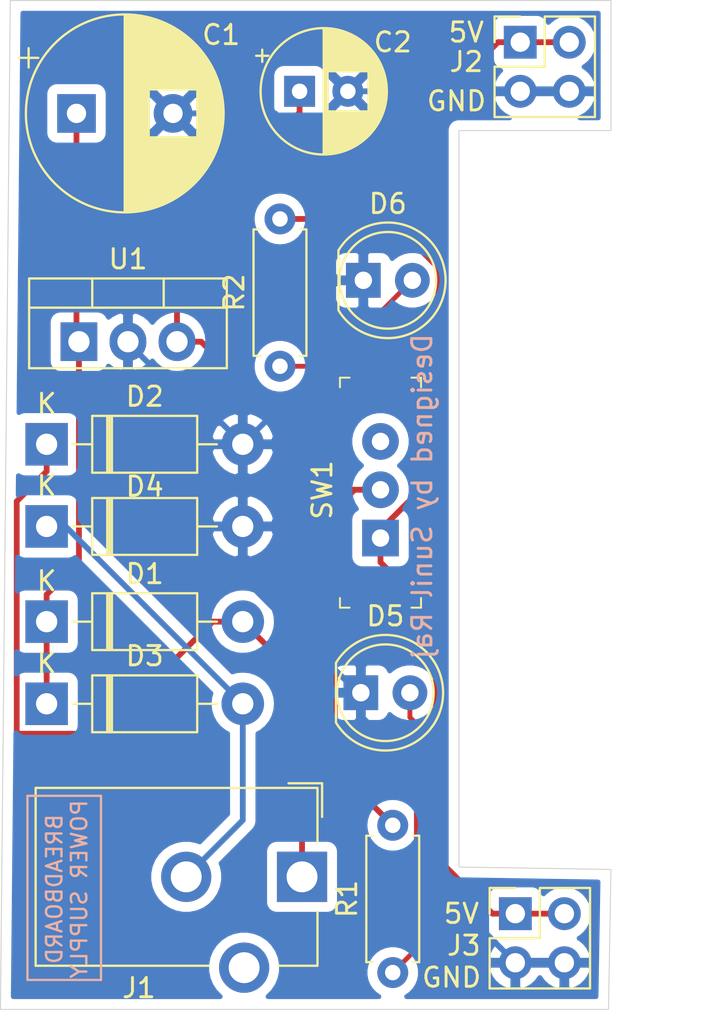
<source format=kicad_pcb>
(kicad_pcb (version 20171130) (host pcbnew "(5.1.2)-2")

  (general
    (thickness 1.6)
    (drawings 21)
    (tracks 83)
    (zones 0)
    (modules 15)
    (nets 11)
  )

  (page A4)
  (title_block
    (title "BREADBOARD POWER SUPPLY ")
    (date 2019-10-31)
    (company VSSLR)
    (comment 1 "Designed by Sunil")
  )

  (layers
    (0 F.Cu signal)
    (31 B.Cu signal)
    (32 B.Adhes user)
    (33 F.Adhes user)
    (34 B.Paste user)
    (35 F.Paste user)
    (36 B.SilkS user)
    (37 F.SilkS user)
    (38 B.Mask user)
    (39 F.Mask user)
    (40 Dwgs.User user)
    (41 Cmts.User user)
    (42 Eco1.User user)
    (43 Eco2.User user)
    (44 Edge.Cuts user)
    (45 Margin user)
    (46 B.CrtYd user)
    (47 F.CrtYd user)
    (48 B.Fab user)
    (49 F.Fab user)
  )

  (setup
    (last_trace_width 0.25)
    (user_trace_width 0.3)
    (trace_clearance 0.2)
    (zone_clearance 0.508)
    (zone_45_only no)
    (trace_min 0.2)
    (via_size 0.8)
    (via_drill 0.4)
    (via_min_size 0.4)
    (via_min_drill 0.3)
    (user_via 1 0.6)
    (uvia_size 0.3)
    (uvia_drill 0.1)
    (uvias_allowed no)
    (uvia_min_size 0.2)
    (uvia_min_drill 0.1)
    (edge_width 0.05)
    (segment_width 0.2)
    (pcb_text_width 0.3)
    (pcb_text_size 1.5 1.5)
    (mod_edge_width 0.12)
    (mod_text_size 1 1)
    (mod_text_width 0.15)
    (pad_size 1.524 1.524)
    (pad_drill 0.762)
    (pad_to_mask_clearance 0.051)
    (solder_mask_min_width 0.25)
    (aux_axis_origin 0 0)
    (visible_elements FFFFFF7F)
    (pcbplotparams
      (layerselection 0x010fc_ffffffff)
      (usegerberextensions true)
      (usegerberattributes false)
      (usegerberadvancedattributes false)
      (creategerberjobfile false)
      (excludeedgelayer true)
      (linewidth 0.100000)
      (plotframeref false)
      (viasonmask false)
      (mode 1)
      (useauxorigin false)
      (hpglpennumber 1)
      (hpglpenspeed 20)
      (hpglpendiameter 15.000000)
      (psnegative false)
      (psa4output false)
      (plotreference true)
      (plotvalue true)
      (plotinvisibletext false)
      (padsonsilk false)
      (subtractmaskfromsilk false)
      (outputformat 1)
      (mirror false)
      (drillshape 0)
      (scaleselection 1)
      (outputdirectory "Gerber/"))
  )

  (net 0 "")
  (net 1 /Vin)
  (net 2 /V-)
  (net 3 /Vout1)
  (net 4 /BJ_pin1)
  (net 5 /BJ_pin2)
  (net 6 "Net-(D5-Pad2)")
  (net 7 "Net-(D6-Pad2)")
  (net 8 "Net-(J1-Pad3)")
  (net 9 /Vout2)
  (net 10 "Net-(SW1-Pad3)")

  (net_class Default "This is the default net class."
    (clearance 0.2)
    (trace_width 0.25)
    (via_dia 0.8)
    (via_drill 0.4)
    (uvia_dia 0.3)
    (uvia_drill 0.1)
    (add_net "Net-(D5-Pad2)")
    (add_net "Net-(D6-Pad2)")
    (add_net "Net-(J1-Pad3)")
    (add_net "Net-(SW1-Pad3)")
  )

  (net_class Power ""
    (clearance 0.3)
    (trace_width 0.3)
    (via_dia 1)
    (via_drill 0.5)
    (uvia_dia 0.3)
    (uvia_drill 0.1)
    (add_net /BJ_pin1)
    (add_net /BJ_pin2)
    (add_net /V-)
    (add_net /Vin)
    (add_net /Vout1)
    (add_net /Vout2)
  )

  (module Connector_BarrelJack:BarrelJack_CUI_PJ-102AH_Horizontal (layer F.Cu) (tedit 5A1DBF38) (tstamp 5DBBC07B)
    (at 132.461 121.412 270)
    (descr "Thin-pin DC Barrel Jack, https://cdn-shop.adafruit.com/datasheets/21mmdcjackDatasheet.pdf")
    (tags "Power Jack")
    (path /5DBC12E1)
    (fp_text reference J1 (at 5.75 8.45) (layer F.SilkS)
      (effects (font (size 1 1) (thickness 0.15)))
    )
    (fp_text value Barrel_Jack_Switch (at -5.5 6.2) (layer F.Fab)
      (effects (font (size 1 1) (thickness 0.15)))
    )
    (fp_text user %R (at 0 6.5 90) (layer F.Fab)
      (effects (font (size 1 1) (thickness 0.15)))
    )
    (fp_line (start 1.8 -1.8) (end 1.8 -1.2) (layer F.CrtYd) (width 0.05))
    (fp_line (start 1.8 -1.2) (end 5 -1.2) (layer F.CrtYd) (width 0.05))
    (fp_line (start 5 -1.2) (end 5 1.2) (layer F.CrtYd) (width 0.05))
    (fp_line (start 5 1.2) (end 6.5 1.2) (layer F.CrtYd) (width 0.05))
    (fp_line (start 6.5 1.2) (end 6.5 4.8) (layer F.CrtYd) (width 0.05))
    (fp_line (start 6.5 4.8) (end 5 4.8) (layer F.CrtYd) (width 0.05))
    (fp_line (start 5 4.8) (end 5 14.2) (layer F.CrtYd) (width 0.05))
    (fp_line (start 5 14.2) (end -5 14.2) (layer F.CrtYd) (width 0.05))
    (fp_line (start -5 14.2) (end -5 -1.2) (layer F.CrtYd) (width 0.05))
    (fp_line (start -5 -1.2) (end -1.8 -1.2) (layer F.CrtYd) (width 0.05))
    (fp_line (start -1.8 -1.2) (end -1.8 -1.8) (layer F.CrtYd) (width 0.05))
    (fp_line (start -1.8 -1.8) (end 1.8 -1.8) (layer F.CrtYd) (width 0.05))
    (fp_line (start 4.6 4.8) (end 4.6 13.8) (layer F.SilkS) (width 0.12))
    (fp_line (start 4.6 13.8) (end -4.6 13.8) (layer F.SilkS) (width 0.12))
    (fp_line (start -4.6 13.8) (end -4.6 -0.8) (layer F.SilkS) (width 0.12))
    (fp_line (start -4.6 -0.8) (end -1.8 -0.8) (layer F.SilkS) (width 0.12))
    (fp_line (start 1.8 -0.8) (end 4.6 -0.8) (layer F.SilkS) (width 0.12))
    (fp_line (start 4.6 -0.8) (end 4.6 1.2) (layer F.SilkS) (width 0.12))
    (fp_line (start -4.84 0.7) (end -4.84 -1.04) (layer F.SilkS) (width 0.12))
    (fp_line (start -4.84 -1.04) (end -3.1 -1.04) (layer F.SilkS) (width 0.12))
    (fp_line (start 4.5 -0.7) (end 4.5 13.7) (layer F.Fab) (width 0.1))
    (fp_line (start 4.5 13.7) (end -4.5 13.7) (layer F.Fab) (width 0.1))
    (fp_line (start -4.5 13.7) (end -4.5 0.3) (layer F.Fab) (width 0.1))
    (fp_line (start -4.5 0.3) (end -3.5 -0.7) (layer F.Fab) (width 0.1))
    (fp_line (start -3.5 -0.7) (end 4.5 -0.7) (layer F.Fab) (width 0.1))
    (fp_line (start -4.5 10.2) (end 4.5 10.2) (layer F.Fab) (width 0.1))
    (pad 1 thru_hole rect (at 0 0 270) (size 2.6 2.6) (drill 1.6) (layers *.Cu *.Mask)
      (net 4 /BJ_pin1))
    (pad 2 thru_hole circle (at 0 6 270) (size 2.6 2.6) (drill 1.6) (layers *.Cu *.Mask)
      (net 5 /BJ_pin2))
    (pad 3 thru_hole circle (at 4.7 3 270) (size 2.6 2.6) (drill 1.6) (layers *.Cu *.Mask)
      (net 8 "Net-(J1-Pad3)"))
    (model ${KISYS3DMOD}/Connector_BarrelJack.3dshapes/BarrelJack_CUI_PJ-102AH_Horizontal.wrl
      (at (xyz 0 0 0))
      (scale (xyz 1 1 1))
      (rotate (xyz 0 0 0))
    )
  )

  (module Capacitor_THT:CP_Radial_D10.0mm_P5.00mm (layer F.Cu) (tedit 5AE50EF1) (tstamp 5DBBBF25)
    (at 120.777 81.915)
    (descr "CP, Radial series, Radial, pin pitch=5.00mm, , diameter=10mm, Electrolytic Capacitor")
    (tags "CP Radial series Radial pin pitch 5.00mm  diameter 10mm Electrolytic Capacitor")
    (path /5DBB6DFE)
    (fp_text reference C1 (at 7.493 -4.064) (layer F.SilkS)
      (effects (font (size 1 1) (thickness 0.15)))
    )
    (fp_text value CP (at 2.5 6.25) (layer F.Fab)
      (effects (font (size 1 1) (thickness 0.15)))
    )
    (fp_circle (center 2.5 0) (end 7.5 0) (layer F.Fab) (width 0.1))
    (fp_circle (center 2.5 0) (end 7.62 0) (layer F.SilkS) (width 0.12))
    (fp_circle (center 2.5 0) (end 7.75 0) (layer F.CrtYd) (width 0.05))
    (fp_line (start -1.788861 -2.1875) (end -0.788861 -2.1875) (layer F.Fab) (width 0.1))
    (fp_line (start -1.288861 -2.6875) (end -1.288861 -1.6875) (layer F.Fab) (width 0.1))
    (fp_line (start 2.5 -5.08) (end 2.5 5.08) (layer F.SilkS) (width 0.12))
    (fp_line (start 2.54 -5.08) (end 2.54 5.08) (layer F.SilkS) (width 0.12))
    (fp_line (start 2.58 -5.08) (end 2.58 5.08) (layer F.SilkS) (width 0.12))
    (fp_line (start 2.62 -5.079) (end 2.62 5.079) (layer F.SilkS) (width 0.12))
    (fp_line (start 2.66 -5.078) (end 2.66 5.078) (layer F.SilkS) (width 0.12))
    (fp_line (start 2.7 -5.077) (end 2.7 5.077) (layer F.SilkS) (width 0.12))
    (fp_line (start 2.74 -5.075) (end 2.74 5.075) (layer F.SilkS) (width 0.12))
    (fp_line (start 2.78 -5.073) (end 2.78 5.073) (layer F.SilkS) (width 0.12))
    (fp_line (start 2.82 -5.07) (end 2.82 5.07) (layer F.SilkS) (width 0.12))
    (fp_line (start 2.86 -5.068) (end 2.86 5.068) (layer F.SilkS) (width 0.12))
    (fp_line (start 2.9 -5.065) (end 2.9 5.065) (layer F.SilkS) (width 0.12))
    (fp_line (start 2.94 -5.062) (end 2.94 5.062) (layer F.SilkS) (width 0.12))
    (fp_line (start 2.98 -5.058) (end 2.98 5.058) (layer F.SilkS) (width 0.12))
    (fp_line (start 3.02 -5.054) (end 3.02 5.054) (layer F.SilkS) (width 0.12))
    (fp_line (start 3.06 -5.05) (end 3.06 5.05) (layer F.SilkS) (width 0.12))
    (fp_line (start 3.1 -5.045) (end 3.1 5.045) (layer F.SilkS) (width 0.12))
    (fp_line (start 3.14 -5.04) (end 3.14 5.04) (layer F.SilkS) (width 0.12))
    (fp_line (start 3.18 -5.035) (end 3.18 5.035) (layer F.SilkS) (width 0.12))
    (fp_line (start 3.221 -5.03) (end 3.221 5.03) (layer F.SilkS) (width 0.12))
    (fp_line (start 3.261 -5.024) (end 3.261 5.024) (layer F.SilkS) (width 0.12))
    (fp_line (start 3.301 -5.018) (end 3.301 5.018) (layer F.SilkS) (width 0.12))
    (fp_line (start 3.341 -5.011) (end 3.341 5.011) (layer F.SilkS) (width 0.12))
    (fp_line (start 3.381 -5.004) (end 3.381 5.004) (layer F.SilkS) (width 0.12))
    (fp_line (start 3.421 -4.997) (end 3.421 4.997) (layer F.SilkS) (width 0.12))
    (fp_line (start 3.461 -4.99) (end 3.461 4.99) (layer F.SilkS) (width 0.12))
    (fp_line (start 3.501 -4.982) (end 3.501 4.982) (layer F.SilkS) (width 0.12))
    (fp_line (start 3.541 -4.974) (end 3.541 4.974) (layer F.SilkS) (width 0.12))
    (fp_line (start 3.581 -4.965) (end 3.581 4.965) (layer F.SilkS) (width 0.12))
    (fp_line (start 3.621 -4.956) (end 3.621 4.956) (layer F.SilkS) (width 0.12))
    (fp_line (start 3.661 -4.947) (end 3.661 4.947) (layer F.SilkS) (width 0.12))
    (fp_line (start 3.701 -4.938) (end 3.701 4.938) (layer F.SilkS) (width 0.12))
    (fp_line (start 3.741 -4.928) (end 3.741 4.928) (layer F.SilkS) (width 0.12))
    (fp_line (start 3.781 -4.918) (end 3.781 -1.241) (layer F.SilkS) (width 0.12))
    (fp_line (start 3.781 1.241) (end 3.781 4.918) (layer F.SilkS) (width 0.12))
    (fp_line (start 3.821 -4.907) (end 3.821 -1.241) (layer F.SilkS) (width 0.12))
    (fp_line (start 3.821 1.241) (end 3.821 4.907) (layer F.SilkS) (width 0.12))
    (fp_line (start 3.861 -4.897) (end 3.861 -1.241) (layer F.SilkS) (width 0.12))
    (fp_line (start 3.861 1.241) (end 3.861 4.897) (layer F.SilkS) (width 0.12))
    (fp_line (start 3.901 -4.885) (end 3.901 -1.241) (layer F.SilkS) (width 0.12))
    (fp_line (start 3.901 1.241) (end 3.901 4.885) (layer F.SilkS) (width 0.12))
    (fp_line (start 3.941 -4.874) (end 3.941 -1.241) (layer F.SilkS) (width 0.12))
    (fp_line (start 3.941 1.241) (end 3.941 4.874) (layer F.SilkS) (width 0.12))
    (fp_line (start 3.981 -4.862) (end 3.981 -1.241) (layer F.SilkS) (width 0.12))
    (fp_line (start 3.981 1.241) (end 3.981 4.862) (layer F.SilkS) (width 0.12))
    (fp_line (start 4.021 -4.85) (end 4.021 -1.241) (layer F.SilkS) (width 0.12))
    (fp_line (start 4.021 1.241) (end 4.021 4.85) (layer F.SilkS) (width 0.12))
    (fp_line (start 4.061 -4.837) (end 4.061 -1.241) (layer F.SilkS) (width 0.12))
    (fp_line (start 4.061 1.241) (end 4.061 4.837) (layer F.SilkS) (width 0.12))
    (fp_line (start 4.101 -4.824) (end 4.101 -1.241) (layer F.SilkS) (width 0.12))
    (fp_line (start 4.101 1.241) (end 4.101 4.824) (layer F.SilkS) (width 0.12))
    (fp_line (start 4.141 -4.811) (end 4.141 -1.241) (layer F.SilkS) (width 0.12))
    (fp_line (start 4.141 1.241) (end 4.141 4.811) (layer F.SilkS) (width 0.12))
    (fp_line (start 4.181 -4.797) (end 4.181 -1.241) (layer F.SilkS) (width 0.12))
    (fp_line (start 4.181 1.241) (end 4.181 4.797) (layer F.SilkS) (width 0.12))
    (fp_line (start 4.221 -4.783) (end 4.221 -1.241) (layer F.SilkS) (width 0.12))
    (fp_line (start 4.221 1.241) (end 4.221 4.783) (layer F.SilkS) (width 0.12))
    (fp_line (start 4.261 -4.768) (end 4.261 -1.241) (layer F.SilkS) (width 0.12))
    (fp_line (start 4.261 1.241) (end 4.261 4.768) (layer F.SilkS) (width 0.12))
    (fp_line (start 4.301 -4.754) (end 4.301 -1.241) (layer F.SilkS) (width 0.12))
    (fp_line (start 4.301 1.241) (end 4.301 4.754) (layer F.SilkS) (width 0.12))
    (fp_line (start 4.341 -4.738) (end 4.341 -1.241) (layer F.SilkS) (width 0.12))
    (fp_line (start 4.341 1.241) (end 4.341 4.738) (layer F.SilkS) (width 0.12))
    (fp_line (start 4.381 -4.723) (end 4.381 -1.241) (layer F.SilkS) (width 0.12))
    (fp_line (start 4.381 1.241) (end 4.381 4.723) (layer F.SilkS) (width 0.12))
    (fp_line (start 4.421 -4.707) (end 4.421 -1.241) (layer F.SilkS) (width 0.12))
    (fp_line (start 4.421 1.241) (end 4.421 4.707) (layer F.SilkS) (width 0.12))
    (fp_line (start 4.461 -4.69) (end 4.461 -1.241) (layer F.SilkS) (width 0.12))
    (fp_line (start 4.461 1.241) (end 4.461 4.69) (layer F.SilkS) (width 0.12))
    (fp_line (start 4.501 -4.674) (end 4.501 -1.241) (layer F.SilkS) (width 0.12))
    (fp_line (start 4.501 1.241) (end 4.501 4.674) (layer F.SilkS) (width 0.12))
    (fp_line (start 4.541 -4.657) (end 4.541 -1.241) (layer F.SilkS) (width 0.12))
    (fp_line (start 4.541 1.241) (end 4.541 4.657) (layer F.SilkS) (width 0.12))
    (fp_line (start 4.581 -4.639) (end 4.581 -1.241) (layer F.SilkS) (width 0.12))
    (fp_line (start 4.581 1.241) (end 4.581 4.639) (layer F.SilkS) (width 0.12))
    (fp_line (start 4.621 -4.621) (end 4.621 -1.241) (layer F.SilkS) (width 0.12))
    (fp_line (start 4.621 1.241) (end 4.621 4.621) (layer F.SilkS) (width 0.12))
    (fp_line (start 4.661 -4.603) (end 4.661 -1.241) (layer F.SilkS) (width 0.12))
    (fp_line (start 4.661 1.241) (end 4.661 4.603) (layer F.SilkS) (width 0.12))
    (fp_line (start 4.701 -4.584) (end 4.701 -1.241) (layer F.SilkS) (width 0.12))
    (fp_line (start 4.701 1.241) (end 4.701 4.584) (layer F.SilkS) (width 0.12))
    (fp_line (start 4.741 -4.564) (end 4.741 -1.241) (layer F.SilkS) (width 0.12))
    (fp_line (start 4.741 1.241) (end 4.741 4.564) (layer F.SilkS) (width 0.12))
    (fp_line (start 4.781 -4.545) (end 4.781 -1.241) (layer F.SilkS) (width 0.12))
    (fp_line (start 4.781 1.241) (end 4.781 4.545) (layer F.SilkS) (width 0.12))
    (fp_line (start 4.821 -4.525) (end 4.821 -1.241) (layer F.SilkS) (width 0.12))
    (fp_line (start 4.821 1.241) (end 4.821 4.525) (layer F.SilkS) (width 0.12))
    (fp_line (start 4.861 -4.504) (end 4.861 -1.241) (layer F.SilkS) (width 0.12))
    (fp_line (start 4.861 1.241) (end 4.861 4.504) (layer F.SilkS) (width 0.12))
    (fp_line (start 4.901 -4.483) (end 4.901 -1.241) (layer F.SilkS) (width 0.12))
    (fp_line (start 4.901 1.241) (end 4.901 4.483) (layer F.SilkS) (width 0.12))
    (fp_line (start 4.941 -4.462) (end 4.941 -1.241) (layer F.SilkS) (width 0.12))
    (fp_line (start 4.941 1.241) (end 4.941 4.462) (layer F.SilkS) (width 0.12))
    (fp_line (start 4.981 -4.44) (end 4.981 -1.241) (layer F.SilkS) (width 0.12))
    (fp_line (start 4.981 1.241) (end 4.981 4.44) (layer F.SilkS) (width 0.12))
    (fp_line (start 5.021 -4.417) (end 5.021 -1.241) (layer F.SilkS) (width 0.12))
    (fp_line (start 5.021 1.241) (end 5.021 4.417) (layer F.SilkS) (width 0.12))
    (fp_line (start 5.061 -4.395) (end 5.061 -1.241) (layer F.SilkS) (width 0.12))
    (fp_line (start 5.061 1.241) (end 5.061 4.395) (layer F.SilkS) (width 0.12))
    (fp_line (start 5.101 -4.371) (end 5.101 -1.241) (layer F.SilkS) (width 0.12))
    (fp_line (start 5.101 1.241) (end 5.101 4.371) (layer F.SilkS) (width 0.12))
    (fp_line (start 5.141 -4.347) (end 5.141 -1.241) (layer F.SilkS) (width 0.12))
    (fp_line (start 5.141 1.241) (end 5.141 4.347) (layer F.SilkS) (width 0.12))
    (fp_line (start 5.181 -4.323) (end 5.181 -1.241) (layer F.SilkS) (width 0.12))
    (fp_line (start 5.181 1.241) (end 5.181 4.323) (layer F.SilkS) (width 0.12))
    (fp_line (start 5.221 -4.298) (end 5.221 -1.241) (layer F.SilkS) (width 0.12))
    (fp_line (start 5.221 1.241) (end 5.221 4.298) (layer F.SilkS) (width 0.12))
    (fp_line (start 5.261 -4.273) (end 5.261 -1.241) (layer F.SilkS) (width 0.12))
    (fp_line (start 5.261 1.241) (end 5.261 4.273) (layer F.SilkS) (width 0.12))
    (fp_line (start 5.301 -4.247) (end 5.301 -1.241) (layer F.SilkS) (width 0.12))
    (fp_line (start 5.301 1.241) (end 5.301 4.247) (layer F.SilkS) (width 0.12))
    (fp_line (start 5.341 -4.221) (end 5.341 -1.241) (layer F.SilkS) (width 0.12))
    (fp_line (start 5.341 1.241) (end 5.341 4.221) (layer F.SilkS) (width 0.12))
    (fp_line (start 5.381 -4.194) (end 5.381 -1.241) (layer F.SilkS) (width 0.12))
    (fp_line (start 5.381 1.241) (end 5.381 4.194) (layer F.SilkS) (width 0.12))
    (fp_line (start 5.421 -4.166) (end 5.421 -1.241) (layer F.SilkS) (width 0.12))
    (fp_line (start 5.421 1.241) (end 5.421 4.166) (layer F.SilkS) (width 0.12))
    (fp_line (start 5.461 -4.138) (end 5.461 -1.241) (layer F.SilkS) (width 0.12))
    (fp_line (start 5.461 1.241) (end 5.461 4.138) (layer F.SilkS) (width 0.12))
    (fp_line (start 5.501 -4.11) (end 5.501 -1.241) (layer F.SilkS) (width 0.12))
    (fp_line (start 5.501 1.241) (end 5.501 4.11) (layer F.SilkS) (width 0.12))
    (fp_line (start 5.541 -4.08) (end 5.541 -1.241) (layer F.SilkS) (width 0.12))
    (fp_line (start 5.541 1.241) (end 5.541 4.08) (layer F.SilkS) (width 0.12))
    (fp_line (start 5.581 -4.05) (end 5.581 -1.241) (layer F.SilkS) (width 0.12))
    (fp_line (start 5.581 1.241) (end 5.581 4.05) (layer F.SilkS) (width 0.12))
    (fp_line (start 5.621 -4.02) (end 5.621 -1.241) (layer F.SilkS) (width 0.12))
    (fp_line (start 5.621 1.241) (end 5.621 4.02) (layer F.SilkS) (width 0.12))
    (fp_line (start 5.661 -3.989) (end 5.661 -1.241) (layer F.SilkS) (width 0.12))
    (fp_line (start 5.661 1.241) (end 5.661 3.989) (layer F.SilkS) (width 0.12))
    (fp_line (start 5.701 -3.957) (end 5.701 -1.241) (layer F.SilkS) (width 0.12))
    (fp_line (start 5.701 1.241) (end 5.701 3.957) (layer F.SilkS) (width 0.12))
    (fp_line (start 5.741 -3.925) (end 5.741 -1.241) (layer F.SilkS) (width 0.12))
    (fp_line (start 5.741 1.241) (end 5.741 3.925) (layer F.SilkS) (width 0.12))
    (fp_line (start 5.781 -3.892) (end 5.781 -1.241) (layer F.SilkS) (width 0.12))
    (fp_line (start 5.781 1.241) (end 5.781 3.892) (layer F.SilkS) (width 0.12))
    (fp_line (start 5.821 -3.858) (end 5.821 -1.241) (layer F.SilkS) (width 0.12))
    (fp_line (start 5.821 1.241) (end 5.821 3.858) (layer F.SilkS) (width 0.12))
    (fp_line (start 5.861 -3.824) (end 5.861 -1.241) (layer F.SilkS) (width 0.12))
    (fp_line (start 5.861 1.241) (end 5.861 3.824) (layer F.SilkS) (width 0.12))
    (fp_line (start 5.901 -3.789) (end 5.901 -1.241) (layer F.SilkS) (width 0.12))
    (fp_line (start 5.901 1.241) (end 5.901 3.789) (layer F.SilkS) (width 0.12))
    (fp_line (start 5.941 -3.753) (end 5.941 -1.241) (layer F.SilkS) (width 0.12))
    (fp_line (start 5.941 1.241) (end 5.941 3.753) (layer F.SilkS) (width 0.12))
    (fp_line (start 5.981 -3.716) (end 5.981 -1.241) (layer F.SilkS) (width 0.12))
    (fp_line (start 5.981 1.241) (end 5.981 3.716) (layer F.SilkS) (width 0.12))
    (fp_line (start 6.021 -3.679) (end 6.021 -1.241) (layer F.SilkS) (width 0.12))
    (fp_line (start 6.021 1.241) (end 6.021 3.679) (layer F.SilkS) (width 0.12))
    (fp_line (start 6.061 -3.64) (end 6.061 -1.241) (layer F.SilkS) (width 0.12))
    (fp_line (start 6.061 1.241) (end 6.061 3.64) (layer F.SilkS) (width 0.12))
    (fp_line (start 6.101 -3.601) (end 6.101 -1.241) (layer F.SilkS) (width 0.12))
    (fp_line (start 6.101 1.241) (end 6.101 3.601) (layer F.SilkS) (width 0.12))
    (fp_line (start 6.141 -3.561) (end 6.141 -1.241) (layer F.SilkS) (width 0.12))
    (fp_line (start 6.141 1.241) (end 6.141 3.561) (layer F.SilkS) (width 0.12))
    (fp_line (start 6.181 -3.52) (end 6.181 -1.241) (layer F.SilkS) (width 0.12))
    (fp_line (start 6.181 1.241) (end 6.181 3.52) (layer F.SilkS) (width 0.12))
    (fp_line (start 6.221 -3.478) (end 6.221 -1.241) (layer F.SilkS) (width 0.12))
    (fp_line (start 6.221 1.241) (end 6.221 3.478) (layer F.SilkS) (width 0.12))
    (fp_line (start 6.261 -3.436) (end 6.261 3.436) (layer F.SilkS) (width 0.12))
    (fp_line (start 6.301 -3.392) (end 6.301 3.392) (layer F.SilkS) (width 0.12))
    (fp_line (start 6.341 -3.347) (end 6.341 3.347) (layer F.SilkS) (width 0.12))
    (fp_line (start 6.381 -3.301) (end 6.381 3.301) (layer F.SilkS) (width 0.12))
    (fp_line (start 6.421 -3.254) (end 6.421 3.254) (layer F.SilkS) (width 0.12))
    (fp_line (start 6.461 -3.206) (end 6.461 3.206) (layer F.SilkS) (width 0.12))
    (fp_line (start 6.501 -3.156) (end 6.501 3.156) (layer F.SilkS) (width 0.12))
    (fp_line (start 6.541 -3.106) (end 6.541 3.106) (layer F.SilkS) (width 0.12))
    (fp_line (start 6.581 -3.054) (end 6.581 3.054) (layer F.SilkS) (width 0.12))
    (fp_line (start 6.621 -3) (end 6.621 3) (layer F.SilkS) (width 0.12))
    (fp_line (start 6.661 -2.945) (end 6.661 2.945) (layer F.SilkS) (width 0.12))
    (fp_line (start 6.701 -2.889) (end 6.701 2.889) (layer F.SilkS) (width 0.12))
    (fp_line (start 6.741 -2.83) (end 6.741 2.83) (layer F.SilkS) (width 0.12))
    (fp_line (start 6.781 -2.77) (end 6.781 2.77) (layer F.SilkS) (width 0.12))
    (fp_line (start 6.821 -2.709) (end 6.821 2.709) (layer F.SilkS) (width 0.12))
    (fp_line (start 6.861 -2.645) (end 6.861 2.645) (layer F.SilkS) (width 0.12))
    (fp_line (start 6.901 -2.579) (end 6.901 2.579) (layer F.SilkS) (width 0.12))
    (fp_line (start 6.941 -2.51) (end 6.941 2.51) (layer F.SilkS) (width 0.12))
    (fp_line (start 6.981 -2.439) (end 6.981 2.439) (layer F.SilkS) (width 0.12))
    (fp_line (start 7.021 -2.365) (end 7.021 2.365) (layer F.SilkS) (width 0.12))
    (fp_line (start 7.061 -2.289) (end 7.061 2.289) (layer F.SilkS) (width 0.12))
    (fp_line (start 7.101 -2.209) (end 7.101 2.209) (layer F.SilkS) (width 0.12))
    (fp_line (start 7.141 -2.125) (end 7.141 2.125) (layer F.SilkS) (width 0.12))
    (fp_line (start 7.181 -2.037) (end 7.181 2.037) (layer F.SilkS) (width 0.12))
    (fp_line (start 7.221 -1.944) (end 7.221 1.944) (layer F.SilkS) (width 0.12))
    (fp_line (start 7.261 -1.846) (end 7.261 1.846) (layer F.SilkS) (width 0.12))
    (fp_line (start 7.301 -1.742) (end 7.301 1.742) (layer F.SilkS) (width 0.12))
    (fp_line (start 7.341 -1.63) (end 7.341 1.63) (layer F.SilkS) (width 0.12))
    (fp_line (start 7.381 -1.51) (end 7.381 1.51) (layer F.SilkS) (width 0.12))
    (fp_line (start 7.421 -1.378) (end 7.421 1.378) (layer F.SilkS) (width 0.12))
    (fp_line (start 7.461 -1.23) (end 7.461 1.23) (layer F.SilkS) (width 0.12))
    (fp_line (start 7.501 -1.062) (end 7.501 1.062) (layer F.SilkS) (width 0.12))
    (fp_line (start 7.541 -0.862) (end 7.541 0.862) (layer F.SilkS) (width 0.12))
    (fp_line (start 7.581 -0.599) (end 7.581 0.599) (layer F.SilkS) (width 0.12))
    (fp_line (start -2.979646 -2.875) (end -1.979646 -2.875) (layer F.SilkS) (width 0.12))
    (fp_line (start -2.479646 -3.375) (end -2.479646 -2.375) (layer F.SilkS) (width 0.12))
    (fp_text user %R (at 2.5 0) (layer F.Fab)
      (effects (font (size 1 1) (thickness 0.15)))
    )
    (pad 1 thru_hole rect (at 0 0) (size 2 2) (drill 1) (layers *.Cu *.Mask)
      (net 1 /Vin))
    (pad 2 thru_hole circle (at 5 0) (size 2 2) (drill 1) (layers *.Cu *.Mask)
      (net 2 /V-))
    (model ${KISYS3DMOD}/Capacitor_THT.3dshapes/CP_Radial_D10.0mm_P5.00mm.wrl
      (at (xyz 0 0 0))
      (scale (xyz 1 1 1))
      (rotate (xyz 0 0 0))
    )
  )

  (module Capacitor_THT:CP_Radial_D6.3mm_P2.50mm (layer F.Cu) (tedit 5AE50EF0) (tstamp 5DBBBFB9)
    (at 132.334 80.772)
    (descr "CP, Radial series, Radial, pin pitch=2.50mm, , diameter=6.3mm, Electrolytic Capacitor")
    (tags "CP Radial series Radial pin pitch 2.50mm  diameter 6.3mm Electrolytic Capacitor")
    (path /5DBB7A1E)
    (fp_text reference C2 (at 4.826 -2.54) (layer F.SilkS)
      (effects (font (size 1 1) (thickness 0.15)))
    )
    (fp_text value CP (at 1.25 4.4) (layer F.Fab)
      (effects (font (size 1 1) (thickness 0.15)))
    )
    (fp_circle (center 1.25 0) (end 4.4 0) (layer F.Fab) (width 0.1))
    (fp_circle (center 1.25 0) (end 4.52 0) (layer F.SilkS) (width 0.12))
    (fp_circle (center 1.25 0) (end 4.65 0) (layer F.CrtYd) (width 0.05))
    (fp_line (start -1.443972 -1.3735) (end -0.813972 -1.3735) (layer F.Fab) (width 0.1))
    (fp_line (start -1.128972 -1.6885) (end -1.128972 -1.0585) (layer F.Fab) (width 0.1))
    (fp_line (start 1.25 -3.23) (end 1.25 3.23) (layer F.SilkS) (width 0.12))
    (fp_line (start 1.29 -3.23) (end 1.29 3.23) (layer F.SilkS) (width 0.12))
    (fp_line (start 1.33 -3.23) (end 1.33 3.23) (layer F.SilkS) (width 0.12))
    (fp_line (start 1.37 -3.228) (end 1.37 3.228) (layer F.SilkS) (width 0.12))
    (fp_line (start 1.41 -3.227) (end 1.41 3.227) (layer F.SilkS) (width 0.12))
    (fp_line (start 1.45 -3.224) (end 1.45 3.224) (layer F.SilkS) (width 0.12))
    (fp_line (start 1.49 -3.222) (end 1.49 -1.04) (layer F.SilkS) (width 0.12))
    (fp_line (start 1.49 1.04) (end 1.49 3.222) (layer F.SilkS) (width 0.12))
    (fp_line (start 1.53 -3.218) (end 1.53 -1.04) (layer F.SilkS) (width 0.12))
    (fp_line (start 1.53 1.04) (end 1.53 3.218) (layer F.SilkS) (width 0.12))
    (fp_line (start 1.57 -3.215) (end 1.57 -1.04) (layer F.SilkS) (width 0.12))
    (fp_line (start 1.57 1.04) (end 1.57 3.215) (layer F.SilkS) (width 0.12))
    (fp_line (start 1.61 -3.211) (end 1.61 -1.04) (layer F.SilkS) (width 0.12))
    (fp_line (start 1.61 1.04) (end 1.61 3.211) (layer F.SilkS) (width 0.12))
    (fp_line (start 1.65 -3.206) (end 1.65 -1.04) (layer F.SilkS) (width 0.12))
    (fp_line (start 1.65 1.04) (end 1.65 3.206) (layer F.SilkS) (width 0.12))
    (fp_line (start 1.69 -3.201) (end 1.69 -1.04) (layer F.SilkS) (width 0.12))
    (fp_line (start 1.69 1.04) (end 1.69 3.201) (layer F.SilkS) (width 0.12))
    (fp_line (start 1.73 -3.195) (end 1.73 -1.04) (layer F.SilkS) (width 0.12))
    (fp_line (start 1.73 1.04) (end 1.73 3.195) (layer F.SilkS) (width 0.12))
    (fp_line (start 1.77 -3.189) (end 1.77 -1.04) (layer F.SilkS) (width 0.12))
    (fp_line (start 1.77 1.04) (end 1.77 3.189) (layer F.SilkS) (width 0.12))
    (fp_line (start 1.81 -3.182) (end 1.81 -1.04) (layer F.SilkS) (width 0.12))
    (fp_line (start 1.81 1.04) (end 1.81 3.182) (layer F.SilkS) (width 0.12))
    (fp_line (start 1.85 -3.175) (end 1.85 -1.04) (layer F.SilkS) (width 0.12))
    (fp_line (start 1.85 1.04) (end 1.85 3.175) (layer F.SilkS) (width 0.12))
    (fp_line (start 1.89 -3.167) (end 1.89 -1.04) (layer F.SilkS) (width 0.12))
    (fp_line (start 1.89 1.04) (end 1.89 3.167) (layer F.SilkS) (width 0.12))
    (fp_line (start 1.93 -3.159) (end 1.93 -1.04) (layer F.SilkS) (width 0.12))
    (fp_line (start 1.93 1.04) (end 1.93 3.159) (layer F.SilkS) (width 0.12))
    (fp_line (start 1.971 -3.15) (end 1.971 -1.04) (layer F.SilkS) (width 0.12))
    (fp_line (start 1.971 1.04) (end 1.971 3.15) (layer F.SilkS) (width 0.12))
    (fp_line (start 2.011 -3.141) (end 2.011 -1.04) (layer F.SilkS) (width 0.12))
    (fp_line (start 2.011 1.04) (end 2.011 3.141) (layer F.SilkS) (width 0.12))
    (fp_line (start 2.051 -3.131) (end 2.051 -1.04) (layer F.SilkS) (width 0.12))
    (fp_line (start 2.051 1.04) (end 2.051 3.131) (layer F.SilkS) (width 0.12))
    (fp_line (start 2.091 -3.121) (end 2.091 -1.04) (layer F.SilkS) (width 0.12))
    (fp_line (start 2.091 1.04) (end 2.091 3.121) (layer F.SilkS) (width 0.12))
    (fp_line (start 2.131 -3.11) (end 2.131 -1.04) (layer F.SilkS) (width 0.12))
    (fp_line (start 2.131 1.04) (end 2.131 3.11) (layer F.SilkS) (width 0.12))
    (fp_line (start 2.171 -3.098) (end 2.171 -1.04) (layer F.SilkS) (width 0.12))
    (fp_line (start 2.171 1.04) (end 2.171 3.098) (layer F.SilkS) (width 0.12))
    (fp_line (start 2.211 -3.086) (end 2.211 -1.04) (layer F.SilkS) (width 0.12))
    (fp_line (start 2.211 1.04) (end 2.211 3.086) (layer F.SilkS) (width 0.12))
    (fp_line (start 2.251 -3.074) (end 2.251 -1.04) (layer F.SilkS) (width 0.12))
    (fp_line (start 2.251 1.04) (end 2.251 3.074) (layer F.SilkS) (width 0.12))
    (fp_line (start 2.291 -3.061) (end 2.291 -1.04) (layer F.SilkS) (width 0.12))
    (fp_line (start 2.291 1.04) (end 2.291 3.061) (layer F.SilkS) (width 0.12))
    (fp_line (start 2.331 -3.047) (end 2.331 -1.04) (layer F.SilkS) (width 0.12))
    (fp_line (start 2.331 1.04) (end 2.331 3.047) (layer F.SilkS) (width 0.12))
    (fp_line (start 2.371 -3.033) (end 2.371 -1.04) (layer F.SilkS) (width 0.12))
    (fp_line (start 2.371 1.04) (end 2.371 3.033) (layer F.SilkS) (width 0.12))
    (fp_line (start 2.411 -3.018) (end 2.411 -1.04) (layer F.SilkS) (width 0.12))
    (fp_line (start 2.411 1.04) (end 2.411 3.018) (layer F.SilkS) (width 0.12))
    (fp_line (start 2.451 -3.002) (end 2.451 -1.04) (layer F.SilkS) (width 0.12))
    (fp_line (start 2.451 1.04) (end 2.451 3.002) (layer F.SilkS) (width 0.12))
    (fp_line (start 2.491 -2.986) (end 2.491 -1.04) (layer F.SilkS) (width 0.12))
    (fp_line (start 2.491 1.04) (end 2.491 2.986) (layer F.SilkS) (width 0.12))
    (fp_line (start 2.531 -2.97) (end 2.531 -1.04) (layer F.SilkS) (width 0.12))
    (fp_line (start 2.531 1.04) (end 2.531 2.97) (layer F.SilkS) (width 0.12))
    (fp_line (start 2.571 -2.952) (end 2.571 -1.04) (layer F.SilkS) (width 0.12))
    (fp_line (start 2.571 1.04) (end 2.571 2.952) (layer F.SilkS) (width 0.12))
    (fp_line (start 2.611 -2.934) (end 2.611 -1.04) (layer F.SilkS) (width 0.12))
    (fp_line (start 2.611 1.04) (end 2.611 2.934) (layer F.SilkS) (width 0.12))
    (fp_line (start 2.651 -2.916) (end 2.651 -1.04) (layer F.SilkS) (width 0.12))
    (fp_line (start 2.651 1.04) (end 2.651 2.916) (layer F.SilkS) (width 0.12))
    (fp_line (start 2.691 -2.896) (end 2.691 -1.04) (layer F.SilkS) (width 0.12))
    (fp_line (start 2.691 1.04) (end 2.691 2.896) (layer F.SilkS) (width 0.12))
    (fp_line (start 2.731 -2.876) (end 2.731 -1.04) (layer F.SilkS) (width 0.12))
    (fp_line (start 2.731 1.04) (end 2.731 2.876) (layer F.SilkS) (width 0.12))
    (fp_line (start 2.771 -2.856) (end 2.771 -1.04) (layer F.SilkS) (width 0.12))
    (fp_line (start 2.771 1.04) (end 2.771 2.856) (layer F.SilkS) (width 0.12))
    (fp_line (start 2.811 -2.834) (end 2.811 -1.04) (layer F.SilkS) (width 0.12))
    (fp_line (start 2.811 1.04) (end 2.811 2.834) (layer F.SilkS) (width 0.12))
    (fp_line (start 2.851 -2.812) (end 2.851 -1.04) (layer F.SilkS) (width 0.12))
    (fp_line (start 2.851 1.04) (end 2.851 2.812) (layer F.SilkS) (width 0.12))
    (fp_line (start 2.891 -2.79) (end 2.891 -1.04) (layer F.SilkS) (width 0.12))
    (fp_line (start 2.891 1.04) (end 2.891 2.79) (layer F.SilkS) (width 0.12))
    (fp_line (start 2.931 -2.766) (end 2.931 -1.04) (layer F.SilkS) (width 0.12))
    (fp_line (start 2.931 1.04) (end 2.931 2.766) (layer F.SilkS) (width 0.12))
    (fp_line (start 2.971 -2.742) (end 2.971 -1.04) (layer F.SilkS) (width 0.12))
    (fp_line (start 2.971 1.04) (end 2.971 2.742) (layer F.SilkS) (width 0.12))
    (fp_line (start 3.011 -2.716) (end 3.011 -1.04) (layer F.SilkS) (width 0.12))
    (fp_line (start 3.011 1.04) (end 3.011 2.716) (layer F.SilkS) (width 0.12))
    (fp_line (start 3.051 -2.69) (end 3.051 -1.04) (layer F.SilkS) (width 0.12))
    (fp_line (start 3.051 1.04) (end 3.051 2.69) (layer F.SilkS) (width 0.12))
    (fp_line (start 3.091 -2.664) (end 3.091 -1.04) (layer F.SilkS) (width 0.12))
    (fp_line (start 3.091 1.04) (end 3.091 2.664) (layer F.SilkS) (width 0.12))
    (fp_line (start 3.131 -2.636) (end 3.131 -1.04) (layer F.SilkS) (width 0.12))
    (fp_line (start 3.131 1.04) (end 3.131 2.636) (layer F.SilkS) (width 0.12))
    (fp_line (start 3.171 -2.607) (end 3.171 -1.04) (layer F.SilkS) (width 0.12))
    (fp_line (start 3.171 1.04) (end 3.171 2.607) (layer F.SilkS) (width 0.12))
    (fp_line (start 3.211 -2.578) (end 3.211 -1.04) (layer F.SilkS) (width 0.12))
    (fp_line (start 3.211 1.04) (end 3.211 2.578) (layer F.SilkS) (width 0.12))
    (fp_line (start 3.251 -2.548) (end 3.251 -1.04) (layer F.SilkS) (width 0.12))
    (fp_line (start 3.251 1.04) (end 3.251 2.548) (layer F.SilkS) (width 0.12))
    (fp_line (start 3.291 -2.516) (end 3.291 -1.04) (layer F.SilkS) (width 0.12))
    (fp_line (start 3.291 1.04) (end 3.291 2.516) (layer F.SilkS) (width 0.12))
    (fp_line (start 3.331 -2.484) (end 3.331 -1.04) (layer F.SilkS) (width 0.12))
    (fp_line (start 3.331 1.04) (end 3.331 2.484) (layer F.SilkS) (width 0.12))
    (fp_line (start 3.371 -2.45) (end 3.371 -1.04) (layer F.SilkS) (width 0.12))
    (fp_line (start 3.371 1.04) (end 3.371 2.45) (layer F.SilkS) (width 0.12))
    (fp_line (start 3.411 -2.416) (end 3.411 -1.04) (layer F.SilkS) (width 0.12))
    (fp_line (start 3.411 1.04) (end 3.411 2.416) (layer F.SilkS) (width 0.12))
    (fp_line (start 3.451 -2.38) (end 3.451 -1.04) (layer F.SilkS) (width 0.12))
    (fp_line (start 3.451 1.04) (end 3.451 2.38) (layer F.SilkS) (width 0.12))
    (fp_line (start 3.491 -2.343) (end 3.491 -1.04) (layer F.SilkS) (width 0.12))
    (fp_line (start 3.491 1.04) (end 3.491 2.343) (layer F.SilkS) (width 0.12))
    (fp_line (start 3.531 -2.305) (end 3.531 -1.04) (layer F.SilkS) (width 0.12))
    (fp_line (start 3.531 1.04) (end 3.531 2.305) (layer F.SilkS) (width 0.12))
    (fp_line (start 3.571 -2.265) (end 3.571 2.265) (layer F.SilkS) (width 0.12))
    (fp_line (start 3.611 -2.224) (end 3.611 2.224) (layer F.SilkS) (width 0.12))
    (fp_line (start 3.651 -2.182) (end 3.651 2.182) (layer F.SilkS) (width 0.12))
    (fp_line (start 3.691 -2.137) (end 3.691 2.137) (layer F.SilkS) (width 0.12))
    (fp_line (start 3.731 -2.092) (end 3.731 2.092) (layer F.SilkS) (width 0.12))
    (fp_line (start 3.771 -2.044) (end 3.771 2.044) (layer F.SilkS) (width 0.12))
    (fp_line (start 3.811 -1.995) (end 3.811 1.995) (layer F.SilkS) (width 0.12))
    (fp_line (start 3.851 -1.944) (end 3.851 1.944) (layer F.SilkS) (width 0.12))
    (fp_line (start 3.891 -1.89) (end 3.891 1.89) (layer F.SilkS) (width 0.12))
    (fp_line (start 3.931 -1.834) (end 3.931 1.834) (layer F.SilkS) (width 0.12))
    (fp_line (start 3.971 -1.776) (end 3.971 1.776) (layer F.SilkS) (width 0.12))
    (fp_line (start 4.011 -1.714) (end 4.011 1.714) (layer F.SilkS) (width 0.12))
    (fp_line (start 4.051 -1.65) (end 4.051 1.65) (layer F.SilkS) (width 0.12))
    (fp_line (start 4.091 -1.581) (end 4.091 1.581) (layer F.SilkS) (width 0.12))
    (fp_line (start 4.131 -1.509) (end 4.131 1.509) (layer F.SilkS) (width 0.12))
    (fp_line (start 4.171 -1.432) (end 4.171 1.432) (layer F.SilkS) (width 0.12))
    (fp_line (start 4.211 -1.35) (end 4.211 1.35) (layer F.SilkS) (width 0.12))
    (fp_line (start 4.251 -1.262) (end 4.251 1.262) (layer F.SilkS) (width 0.12))
    (fp_line (start 4.291 -1.165) (end 4.291 1.165) (layer F.SilkS) (width 0.12))
    (fp_line (start 4.331 -1.059) (end 4.331 1.059) (layer F.SilkS) (width 0.12))
    (fp_line (start 4.371 -0.94) (end 4.371 0.94) (layer F.SilkS) (width 0.12))
    (fp_line (start 4.411 -0.802) (end 4.411 0.802) (layer F.SilkS) (width 0.12))
    (fp_line (start 4.451 -0.633) (end 4.451 0.633) (layer F.SilkS) (width 0.12))
    (fp_line (start 4.491 -0.402) (end 4.491 0.402) (layer F.SilkS) (width 0.12))
    (fp_line (start -2.250241 -1.839) (end -1.620241 -1.839) (layer F.SilkS) (width 0.12))
    (fp_line (start -1.935241 -2.154) (end -1.935241 -1.524) (layer F.SilkS) (width 0.12))
    (fp_text user %R (at 1.25 0) (layer F.Fab)
      (effects (font (size 1 1) (thickness 0.15)))
    )
    (pad 1 thru_hole rect (at 0 0) (size 1.6 1.6) (drill 0.8) (layers *.Cu *.Mask)
      (net 3 /Vout1))
    (pad 2 thru_hole circle (at 2.5 0) (size 1.6 1.6) (drill 0.8) (layers *.Cu *.Mask)
      (net 2 /V-))
    (model ${KISYS3DMOD}/Capacitor_THT.3dshapes/CP_Radial_D6.3mm_P2.50mm.wrl
      (at (xyz 0 0 0))
      (scale (xyz 1 1 1))
      (rotate (xyz 0 0 0))
    )
  )

  (module Diode_THT:D_DO-41_SOD81_P10.16mm_Horizontal (layer F.Cu) (tedit 5AE50CD5) (tstamp 5DBBBFD8)
    (at 119.231001 108.210001)
    (descr "Diode, DO-41_SOD81 series, Axial, Horizontal, pin pitch=10.16mm, , length*diameter=5.2*2.7mm^2, , http://www.diodes.com/_files/packages/DO-41%20(Plastic).pdf")
    (tags "Diode DO-41_SOD81 series Axial Horizontal pin pitch 10.16mm  length 5.2mm diameter 2.7mm")
    (path /5DBB262E)
    (fp_text reference D1 (at 5.08 -2.47) (layer F.SilkS)
      (effects (font (size 1 1) (thickness 0.15)))
    )
    (fp_text value 1N4007 (at 5.08 2.47) (layer F.Fab)
      (effects (font (size 1 1) (thickness 0.15)))
    )
    (fp_line (start 2.48 -1.35) (end 2.48 1.35) (layer F.Fab) (width 0.1))
    (fp_line (start 2.48 1.35) (end 7.68 1.35) (layer F.Fab) (width 0.1))
    (fp_line (start 7.68 1.35) (end 7.68 -1.35) (layer F.Fab) (width 0.1))
    (fp_line (start 7.68 -1.35) (end 2.48 -1.35) (layer F.Fab) (width 0.1))
    (fp_line (start 0 0) (end 2.48 0) (layer F.Fab) (width 0.1))
    (fp_line (start 10.16 0) (end 7.68 0) (layer F.Fab) (width 0.1))
    (fp_line (start 3.26 -1.35) (end 3.26 1.35) (layer F.Fab) (width 0.1))
    (fp_line (start 3.36 -1.35) (end 3.36 1.35) (layer F.Fab) (width 0.1))
    (fp_line (start 3.16 -1.35) (end 3.16 1.35) (layer F.Fab) (width 0.1))
    (fp_line (start 2.36 -1.47) (end 2.36 1.47) (layer F.SilkS) (width 0.12))
    (fp_line (start 2.36 1.47) (end 7.8 1.47) (layer F.SilkS) (width 0.12))
    (fp_line (start 7.8 1.47) (end 7.8 -1.47) (layer F.SilkS) (width 0.12))
    (fp_line (start 7.8 -1.47) (end 2.36 -1.47) (layer F.SilkS) (width 0.12))
    (fp_line (start 1.34 0) (end 2.36 0) (layer F.SilkS) (width 0.12))
    (fp_line (start 8.82 0) (end 7.8 0) (layer F.SilkS) (width 0.12))
    (fp_line (start 3.26 -1.47) (end 3.26 1.47) (layer F.SilkS) (width 0.12))
    (fp_line (start 3.38 -1.47) (end 3.38 1.47) (layer F.SilkS) (width 0.12))
    (fp_line (start 3.14 -1.47) (end 3.14 1.47) (layer F.SilkS) (width 0.12))
    (fp_line (start -1.35 -1.6) (end -1.35 1.6) (layer F.CrtYd) (width 0.05))
    (fp_line (start -1.35 1.6) (end 11.51 1.6) (layer F.CrtYd) (width 0.05))
    (fp_line (start 11.51 1.6) (end 11.51 -1.6) (layer F.CrtYd) (width 0.05))
    (fp_line (start 11.51 -1.6) (end -1.35 -1.6) (layer F.CrtYd) (width 0.05))
    (fp_text user %R (at 5.47 0) (layer F.Fab)
      (effects (font (size 1 1) (thickness 0.15)))
    )
    (fp_text user K (at 0 -2.1) (layer F.Fab)
      (effects (font (size 1 1) (thickness 0.15)))
    )
    (fp_text user K (at 0 -2.1) (layer F.SilkS)
      (effects (font (size 1 1) (thickness 0.15)))
    )
    (pad 1 thru_hole rect (at 0 0) (size 2.2 2.2) (drill 1.1) (layers *.Cu *.Mask)
      (net 1 /Vin))
    (pad 2 thru_hole oval (at 10.16 0) (size 2.2 2.2) (drill 1.1) (layers *.Cu *.Mask)
      (net 4 /BJ_pin1))
    (model ${KISYS3DMOD}/Diode_THT.3dshapes/D_DO-41_SOD81_P10.16mm_Horizontal.wrl
      (at (xyz 0 0 0))
      (scale (xyz 1 1 1))
      (rotate (xyz 0 0 0))
    )
  )

  (module Diode_THT:D_DO-41_SOD81_P10.16mm_Horizontal (layer F.Cu) (tedit 5AE50CD5) (tstamp 5DBBBFF7)
    (at 119.231001 99.034001)
    (descr "Diode, DO-41_SOD81 series, Axial, Horizontal, pin pitch=10.16mm, , length*diameter=5.2*2.7mm^2, , http://www.diodes.com/_files/packages/DO-41%20(Plastic).pdf")
    (tags "Diode DO-41_SOD81 series Axial Horizontal pin pitch 10.16mm  length 5.2mm diameter 2.7mm")
    (path /5DBB5E43)
    (fp_text reference D2 (at 5.08 -2.47) (layer F.SilkS)
      (effects (font (size 1 1) (thickness 0.15)))
    )
    (fp_text value 1N4007 (at 5.08 2.47) (layer F.Fab)
      (effects (font (size 1 1) (thickness 0.15)))
    )
    (fp_line (start 2.48 -1.35) (end 2.48 1.35) (layer F.Fab) (width 0.1))
    (fp_line (start 2.48 1.35) (end 7.68 1.35) (layer F.Fab) (width 0.1))
    (fp_line (start 7.68 1.35) (end 7.68 -1.35) (layer F.Fab) (width 0.1))
    (fp_line (start 7.68 -1.35) (end 2.48 -1.35) (layer F.Fab) (width 0.1))
    (fp_line (start 0 0) (end 2.48 0) (layer F.Fab) (width 0.1))
    (fp_line (start 10.16 0) (end 7.68 0) (layer F.Fab) (width 0.1))
    (fp_line (start 3.26 -1.35) (end 3.26 1.35) (layer F.Fab) (width 0.1))
    (fp_line (start 3.36 -1.35) (end 3.36 1.35) (layer F.Fab) (width 0.1))
    (fp_line (start 3.16 -1.35) (end 3.16 1.35) (layer F.Fab) (width 0.1))
    (fp_line (start 2.36 -1.47) (end 2.36 1.47) (layer F.SilkS) (width 0.12))
    (fp_line (start 2.36 1.47) (end 7.8 1.47) (layer F.SilkS) (width 0.12))
    (fp_line (start 7.8 1.47) (end 7.8 -1.47) (layer F.SilkS) (width 0.12))
    (fp_line (start 7.8 -1.47) (end 2.36 -1.47) (layer F.SilkS) (width 0.12))
    (fp_line (start 1.34 0) (end 2.36 0) (layer F.SilkS) (width 0.12))
    (fp_line (start 8.82 0) (end 7.8 0) (layer F.SilkS) (width 0.12))
    (fp_line (start 3.26 -1.47) (end 3.26 1.47) (layer F.SilkS) (width 0.12))
    (fp_line (start 3.38 -1.47) (end 3.38 1.47) (layer F.SilkS) (width 0.12))
    (fp_line (start 3.14 -1.47) (end 3.14 1.47) (layer F.SilkS) (width 0.12))
    (fp_line (start -1.35 -1.6) (end -1.35 1.6) (layer F.CrtYd) (width 0.05))
    (fp_line (start -1.35 1.6) (end 11.51 1.6) (layer F.CrtYd) (width 0.05))
    (fp_line (start 11.51 1.6) (end 11.51 -1.6) (layer F.CrtYd) (width 0.05))
    (fp_line (start 11.51 -1.6) (end -1.35 -1.6) (layer F.CrtYd) (width 0.05))
    (fp_text user %R (at 5.47 0) (layer F.Fab)
      (effects (font (size 1 1) (thickness 0.15)))
    )
    (fp_text user K (at 0 -2.1) (layer F.Fab)
      (effects (font (size 1 1) (thickness 0.15)))
    )
    (fp_text user K (at 0 -2.1) (layer F.SilkS)
      (effects (font (size 1 1) (thickness 0.15)))
    )
    (pad 1 thru_hole rect (at 0 0) (size 2.2 2.2) (drill 1.1) (layers *.Cu *.Mask)
      (net 4 /BJ_pin1))
    (pad 2 thru_hole oval (at 10.16 0) (size 2.2 2.2) (drill 1.1) (layers *.Cu *.Mask)
      (net 2 /V-))
    (model ${KISYS3DMOD}/Diode_THT.3dshapes/D_DO-41_SOD81_P10.16mm_Horizontal.wrl
      (at (xyz 0 0 0))
      (scale (xyz 1 1 1))
      (rotate (xyz 0 0 0))
    )
  )

  (module Diode_THT:D_DO-41_SOD81_P10.16mm_Horizontal (layer F.Cu) (tedit 5AE50CD5) (tstamp 5DBBC016)
    (at 119.231001 112.460001)
    (descr "Diode, DO-41_SOD81 series, Axial, Horizontal, pin pitch=10.16mm, , length*diameter=5.2*2.7mm^2, , http://www.diodes.com/_files/packages/DO-41%20(Plastic).pdf")
    (tags "Diode DO-41_SOD81 series Axial Horizontal pin pitch 10.16mm  length 5.2mm diameter 2.7mm")
    (path /5DBB4027)
    (fp_text reference D3 (at 5.08 -2.47) (layer F.SilkS)
      (effects (font (size 1 1) (thickness 0.15)))
    )
    (fp_text value 1N4007 (at 5.08 2.47) (layer F.Fab)
      (effects (font (size 1 1) (thickness 0.15)))
    )
    (fp_text user K (at 0 -2.1) (layer F.SilkS)
      (effects (font (size 1 1) (thickness 0.15)))
    )
    (fp_text user K (at 0 -2.1) (layer F.Fab)
      (effects (font (size 1 1) (thickness 0.15)))
    )
    (fp_text user %R (at 5.47 0) (layer F.Fab)
      (effects (font (size 1 1) (thickness 0.15)))
    )
    (fp_line (start 11.51 -1.6) (end -1.35 -1.6) (layer F.CrtYd) (width 0.05))
    (fp_line (start 11.51 1.6) (end 11.51 -1.6) (layer F.CrtYd) (width 0.05))
    (fp_line (start -1.35 1.6) (end 11.51 1.6) (layer F.CrtYd) (width 0.05))
    (fp_line (start -1.35 -1.6) (end -1.35 1.6) (layer F.CrtYd) (width 0.05))
    (fp_line (start 3.14 -1.47) (end 3.14 1.47) (layer F.SilkS) (width 0.12))
    (fp_line (start 3.38 -1.47) (end 3.38 1.47) (layer F.SilkS) (width 0.12))
    (fp_line (start 3.26 -1.47) (end 3.26 1.47) (layer F.SilkS) (width 0.12))
    (fp_line (start 8.82 0) (end 7.8 0) (layer F.SilkS) (width 0.12))
    (fp_line (start 1.34 0) (end 2.36 0) (layer F.SilkS) (width 0.12))
    (fp_line (start 7.8 -1.47) (end 2.36 -1.47) (layer F.SilkS) (width 0.12))
    (fp_line (start 7.8 1.47) (end 7.8 -1.47) (layer F.SilkS) (width 0.12))
    (fp_line (start 2.36 1.47) (end 7.8 1.47) (layer F.SilkS) (width 0.12))
    (fp_line (start 2.36 -1.47) (end 2.36 1.47) (layer F.SilkS) (width 0.12))
    (fp_line (start 3.16 -1.35) (end 3.16 1.35) (layer F.Fab) (width 0.1))
    (fp_line (start 3.36 -1.35) (end 3.36 1.35) (layer F.Fab) (width 0.1))
    (fp_line (start 3.26 -1.35) (end 3.26 1.35) (layer F.Fab) (width 0.1))
    (fp_line (start 10.16 0) (end 7.68 0) (layer F.Fab) (width 0.1))
    (fp_line (start 0 0) (end 2.48 0) (layer F.Fab) (width 0.1))
    (fp_line (start 7.68 -1.35) (end 2.48 -1.35) (layer F.Fab) (width 0.1))
    (fp_line (start 7.68 1.35) (end 7.68 -1.35) (layer F.Fab) (width 0.1))
    (fp_line (start 2.48 1.35) (end 7.68 1.35) (layer F.Fab) (width 0.1))
    (fp_line (start 2.48 -1.35) (end 2.48 1.35) (layer F.Fab) (width 0.1))
    (pad 2 thru_hole oval (at 10.16 0) (size 2.2 2.2) (drill 1.1) (layers *.Cu *.Mask)
      (net 5 /BJ_pin2))
    (pad 1 thru_hole rect (at 0 0) (size 2.2 2.2) (drill 1.1) (layers *.Cu *.Mask)
      (net 1 /Vin))
    (model ${KISYS3DMOD}/Diode_THT.3dshapes/D_DO-41_SOD81_P10.16mm_Horizontal.wrl
      (at (xyz 0 0 0))
      (scale (xyz 1 1 1))
      (rotate (xyz 0 0 0))
    )
  )

  (module Diode_THT:D_DO-41_SOD81_P10.16mm_Horizontal (layer F.Cu) (tedit 5AE50CD5) (tstamp 5DBBC035)
    (at 119.231001 103.284001)
    (descr "Diode, DO-41_SOD81 series, Axial, Horizontal, pin pitch=10.16mm, , length*diameter=5.2*2.7mm^2, , http://www.diodes.com/_files/packages/DO-41%20(Plastic).pdf")
    (tags "Diode DO-41_SOD81 series Axial Horizontal pin pitch 10.16mm  length 5.2mm diameter 2.7mm")
    (path /5DBB62C7)
    (fp_text reference D4 (at 5.08 -2.065001) (layer F.SilkS)
      (effects (font (size 1 1) (thickness 0.15)))
    )
    (fp_text value 1N4007 (at 5.08 2.47) (layer F.Fab)
      (effects (font (size 1 1) (thickness 0.15)))
    )
    (fp_text user K (at 0 -2.1) (layer F.SilkS)
      (effects (font (size 1 1) (thickness 0.15)))
    )
    (fp_text user K (at 0 -2.1) (layer F.Fab)
      (effects (font (size 1 1) (thickness 0.15)))
    )
    (fp_text user %R (at 5.47 0) (layer F.Fab)
      (effects (font (size 1 1) (thickness 0.15)))
    )
    (fp_line (start 11.51 -1.6) (end -1.35 -1.6) (layer F.CrtYd) (width 0.05))
    (fp_line (start 11.51 1.6) (end 11.51 -1.6) (layer F.CrtYd) (width 0.05))
    (fp_line (start -1.35 1.6) (end 11.51 1.6) (layer F.CrtYd) (width 0.05))
    (fp_line (start -1.35 -1.6) (end -1.35 1.6) (layer F.CrtYd) (width 0.05))
    (fp_line (start 3.14 -1.47) (end 3.14 1.47) (layer F.SilkS) (width 0.12))
    (fp_line (start 3.38 -1.47) (end 3.38 1.47) (layer F.SilkS) (width 0.12))
    (fp_line (start 3.26 -1.47) (end 3.26 1.47) (layer F.SilkS) (width 0.12))
    (fp_line (start 8.82 0) (end 7.8 0) (layer F.SilkS) (width 0.12))
    (fp_line (start 1.34 0) (end 2.36 0) (layer F.SilkS) (width 0.12))
    (fp_line (start 7.8 -1.47) (end 2.36 -1.47) (layer F.SilkS) (width 0.12))
    (fp_line (start 7.8 1.47) (end 7.8 -1.47) (layer F.SilkS) (width 0.12))
    (fp_line (start 2.36 1.47) (end 7.8 1.47) (layer F.SilkS) (width 0.12))
    (fp_line (start 2.36 -1.47) (end 2.36 1.47) (layer F.SilkS) (width 0.12))
    (fp_line (start 3.16 -1.35) (end 3.16 1.35) (layer F.Fab) (width 0.1))
    (fp_line (start 3.36 -1.35) (end 3.36 1.35) (layer F.Fab) (width 0.1))
    (fp_line (start 3.26 -1.35) (end 3.26 1.35) (layer F.Fab) (width 0.1))
    (fp_line (start 10.16 0) (end 7.68 0) (layer F.Fab) (width 0.1))
    (fp_line (start 0 0) (end 2.48 0) (layer F.Fab) (width 0.1))
    (fp_line (start 7.68 -1.35) (end 2.48 -1.35) (layer F.Fab) (width 0.1))
    (fp_line (start 7.68 1.35) (end 7.68 -1.35) (layer F.Fab) (width 0.1))
    (fp_line (start 2.48 1.35) (end 7.68 1.35) (layer F.Fab) (width 0.1))
    (fp_line (start 2.48 -1.35) (end 2.48 1.35) (layer F.Fab) (width 0.1))
    (pad 2 thru_hole oval (at 10.16 0) (size 2.2 2.2) (drill 1.1) (layers *.Cu *.Mask)
      (net 2 /V-))
    (pad 1 thru_hole rect (at 0 0) (size 2.2 2.2) (drill 1.1) (layers *.Cu *.Mask)
      (net 5 /BJ_pin2))
    (model ${KISYS3DMOD}/Diode_THT.3dshapes/D_DO-41_SOD81_P10.16mm_Horizontal.wrl
      (at (xyz 0 0 0))
      (scale (xyz 1 1 1))
      (rotate (xyz 0 0 0))
    )
  )

  (module LED_THT:LED_D5.0mm (layer F.Cu) (tedit 5995936A) (tstamp 5DBBC047)
    (at 135.509 111.887)
    (descr "LED, diameter 5.0mm, 2 pins, http://cdn-reichelt.de/documents/datenblatt/A500/LL-504BC2E-009.pdf")
    (tags "LED diameter 5.0mm 2 pins")
    (path /5DBBDB30)
    (fp_text reference D5 (at 1.27 -3.96) (layer F.SilkS)
      (effects (font (size 1 1) (thickness 0.15)))
    )
    (fp_text value LED (at 1.27 3.96) (layer F.Fab)
      (effects (font (size 1 1) (thickness 0.15)))
    )
    (fp_text user %R (at 1.25 0) (layer F.Fab)
      (effects (font (size 0.8 0.8) (thickness 0.2)))
    )
    (fp_line (start 4.5 -3.25) (end -1.95 -3.25) (layer F.CrtYd) (width 0.05))
    (fp_line (start 4.5 3.25) (end 4.5 -3.25) (layer F.CrtYd) (width 0.05))
    (fp_line (start -1.95 3.25) (end 4.5 3.25) (layer F.CrtYd) (width 0.05))
    (fp_line (start -1.95 -3.25) (end -1.95 3.25) (layer F.CrtYd) (width 0.05))
    (fp_line (start -1.29 -1.545) (end -1.29 1.545) (layer F.SilkS) (width 0.12))
    (fp_line (start -1.23 -1.469694) (end -1.23 1.469694) (layer F.Fab) (width 0.1))
    (fp_circle (center 1.27 0) (end 3.77 0) (layer F.SilkS) (width 0.12))
    (fp_circle (center 1.27 0) (end 3.77 0) (layer F.Fab) (width 0.1))
    (fp_arc (start 1.27 0) (end -1.29 1.54483) (angle -148.9) (layer F.SilkS) (width 0.12))
    (fp_arc (start 1.27 0) (end -1.29 -1.54483) (angle 148.9) (layer F.SilkS) (width 0.12))
    (fp_arc (start 1.27 0) (end -1.23 -1.469694) (angle 299.1) (layer F.Fab) (width 0.1))
    (pad 2 thru_hole circle (at 2.54 0) (size 1.8 1.8) (drill 0.9) (layers *.Cu *.Mask)
      (net 6 "Net-(D5-Pad2)"))
    (pad 1 thru_hole rect (at 0 0) (size 1.8 1.8) (drill 0.9) (layers *.Cu *.Mask)
      (net 2 /V-))
    (model ${KISYS3DMOD}/LED_THT.3dshapes/LED_D5.0mm.wrl
      (at (xyz 0 0 0))
      (scale (xyz 1 1 1))
      (rotate (xyz 0 0 0))
    )
  )

  (module LED_THT:LED_D5.0mm (layer F.Cu) (tedit 5995936A) (tstamp 5DBBC059)
    (at 135.636 90.551)
    (descr "LED, diameter 5.0mm, 2 pins, http://cdn-reichelt.de/documents/datenblatt/A500/LL-504BC2E-009.pdf")
    (tags "LED diameter 5.0mm 2 pins")
    (path /5DBBD3EA)
    (fp_text reference D6 (at 1.27 -3.96) (layer F.SilkS)
      (effects (font (size 1 1) (thickness 0.15)))
    )
    (fp_text value LED (at 1.27 3.96) (layer F.Fab)
      (effects (font (size 1 1) (thickness 0.15)))
    )
    (fp_arc (start 1.27 0) (end -1.23 -1.469694) (angle 299.1) (layer F.Fab) (width 0.1))
    (fp_arc (start 1.27 0) (end -1.29 -1.54483) (angle 148.9) (layer F.SilkS) (width 0.12))
    (fp_arc (start 1.27 0) (end -1.29 1.54483) (angle -148.9) (layer F.SilkS) (width 0.12))
    (fp_circle (center 1.27 0) (end 3.77 0) (layer F.Fab) (width 0.1))
    (fp_circle (center 1.27 0) (end 3.77 0) (layer F.SilkS) (width 0.12))
    (fp_line (start -1.23 -1.469694) (end -1.23 1.469694) (layer F.Fab) (width 0.1))
    (fp_line (start -1.29 -1.545) (end -1.29 1.545) (layer F.SilkS) (width 0.12))
    (fp_line (start -1.95 -3.25) (end -1.95 3.25) (layer F.CrtYd) (width 0.05))
    (fp_line (start -1.95 3.25) (end 4.5 3.25) (layer F.CrtYd) (width 0.05))
    (fp_line (start 4.5 3.25) (end 4.5 -3.25) (layer F.CrtYd) (width 0.05))
    (fp_line (start 4.5 -3.25) (end -1.95 -3.25) (layer F.CrtYd) (width 0.05))
    (fp_text user %R (at 1.25 0) (layer F.Fab)
      (effects (font (size 0.8 0.8) (thickness 0.2)))
    )
    (pad 1 thru_hole rect (at 0 0) (size 1.8 1.8) (drill 0.9) (layers *.Cu *.Mask)
      (net 2 /V-))
    (pad 2 thru_hole circle (at 2.54 0) (size 1.8 1.8) (drill 0.9) (layers *.Cu *.Mask)
      (net 7 "Net-(D6-Pad2)"))
    (model ${KISYS3DMOD}/LED_THT.3dshapes/LED_D5.0mm.wrl
      (at (xyz 0 0 0))
      (scale (xyz 1 1 1))
      (rotate (xyz 0 0 0))
    )
  )

  (module Connector_PinHeader_2.54mm:PinHeader_2x02_P2.54mm_Vertical (layer F.Cu) (tedit 59FED5CC) (tstamp 5DBBC095)
    (at 143.764 78.232)
    (descr "Through hole straight pin header, 2x02, 2.54mm pitch, double rows")
    (tags "Through hole pin header THT 2x02 2.54mm double row")
    (path /5DBBFEB6)
    (fp_text reference J2 (at -2.794 1.016) (layer F.SilkS)
      (effects (font (size 1 1) (thickness 0.15)))
    )
    (fp_text value Conn_02x02_Odd_Even (at 1.27 4.87) (layer F.Fab)
      (effects (font (size 1 1) (thickness 0.15)))
    )
    (fp_line (start 0 -1.27) (end 3.81 -1.27) (layer F.Fab) (width 0.1))
    (fp_line (start 3.81 -1.27) (end 3.81 3.81) (layer F.Fab) (width 0.1))
    (fp_line (start 3.81 3.81) (end -1.27 3.81) (layer F.Fab) (width 0.1))
    (fp_line (start -1.27 3.81) (end -1.27 0) (layer F.Fab) (width 0.1))
    (fp_line (start -1.27 0) (end 0 -1.27) (layer F.Fab) (width 0.1))
    (fp_line (start -1.33 3.87) (end 3.87 3.87) (layer F.SilkS) (width 0.12))
    (fp_line (start -1.33 1.27) (end -1.33 3.87) (layer F.SilkS) (width 0.12))
    (fp_line (start 3.87 -1.33) (end 3.87 3.87) (layer F.SilkS) (width 0.12))
    (fp_line (start -1.33 1.27) (end 1.27 1.27) (layer F.SilkS) (width 0.12))
    (fp_line (start 1.27 1.27) (end 1.27 -1.33) (layer F.SilkS) (width 0.12))
    (fp_line (start 1.27 -1.33) (end 3.87 -1.33) (layer F.SilkS) (width 0.12))
    (fp_line (start -1.33 0) (end -1.33 -1.33) (layer F.SilkS) (width 0.12))
    (fp_line (start -1.33 -1.33) (end 0 -1.33) (layer F.SilkS) (width 0.12))
    (fp_line (start -1.8 -1.8) (end -1.8 4.35) (layer F.CrtYd) (width 0.05))
    (fp_line (start -1.8 4.35) (end 4.35 4.35) (layer F.CrtYd) (width 0.05))
    (fp_line (start 4.35 4.35) (end 4.35 -1.8) (layer F.CrtYd) (width 0.05))
    (fp_line (start 4.35 -1.8) (end -1.8 -1.8) (layer F.CrtYd) (width 0.05))
    (fp_text user %R (at 1.27 1.27 90) (layer F.Fab)
      (effects (font (size 1 1) (thickness 0.15)))
    )
    (pad 1 thru_hole rect (at 0 0) (size 1.7 1.7) (drill 1) (layers *.Cu *.Mask)
      (net 9 /Vout2))
    (pad 2 thru_hole oval (at 2.54 0) (size 1.7 1.7) (drill 1) (layers *.Cu *.Mask)
      (net 9 /Vout2))
    (pad 3 thru_hole oval (at 0 2.54) (size 1.7 1.7) (drill 1) (layers *.Cu *.Mask)
      (net 2 /V-))
    (pad 4 thru_hole oval (at 2.54 2.54) (size 1.7 1.7) (drill 1) (layers *.Cu *.Mask)
      (net 2 /V-))
    (model ${KISYS3DMOD}/Connector_PinHeader_2.54mm.3dshapes/PinHeader_2x02_P2.54mm_Vertical.wrl
      (at (xyz 0 0 0))
      (scale (xyz 1 1 1))
      (rotate (xyz 0 0 0))
    )
  )

  (module Connector_PinHeader_2.54mm:PinHeader_2x02_P2.54mm_Vertical (layer F.Cu) (tedit 59FED5CC) (tstamp 5DBBDE94)
    (at 143.51 123.317)
    (descr "Through hole straight pin header, 2x02, 2.54mm pitch, double rows")
    (tags "Through hole pin header THT 2x02 2.54mm double row")
    (path /5DBC08A5)
    (fp_text reference J3 (at -2.667 1.651) (layer F.SilkS)
      (effects (font (size 1 1) (thickness 0.15)))
    )
    (fp_text value Conn_02x02_Odd_Even (at 1.27 4.87) (layer F.Fab)
      (effects (font (size 1 1) (thickness 0.15)))
    )
    (fp_text user %R (at 1.27 1.27 90) (layer F.Fab)
      (effects (font (size 1 1) (thickness 0.15)))
    )
    (fp_line (start 4.35 -1.8) (end -1.8 -1.8) (layer F.CrtYd) (width 0.05))
    (fp_line (start 4.35 4.35) (end 4.35 -1.8) (layer F.CrtYd) (width 0.05))
    (fp_line (start -1.8 4.35) (end 4.35 4.35) (layer F.CrtYd) (width 0.05))
    (fp_line (start -1.8 -1.8) (end -1.8 4.35) (layer F.CrtYd) (width 0.05))
    (fp_line (start -1.33 -1.33) (end 0 -1.33) (layer F.SilkS) (width 0.12))
    (fp_line (start -1.33 0) (end -1.33 -1.33) (layer F.SilkS) (width 0.12))
    (fp_line (start 1.27 -1.33) (end 3.87 -1.33) (layer F.SilkS) (width 0.12))
    (fp_line (start 1.27 1.27) (end 1.27 -1.33) (layer F.SilkS) (width 0.12))
    (fp_line (start -1.33 1.27) (end 1.27 1.27) (layer F.SilkS) (width 0.12))
    (fp_line (start 3.87 -1.33) (end 3.87 3.87) (layer F.SilkS) (width 0.12))
    (fp_line (start -1.33 1.27) (end -1.33 3.87) (layer F.SilkS) (width 0.12))
    (fp_line (start -1.33 3.87) (end 3.87 3.87) (layer F.SilkS) (width 0.12))
    (fp_line (start -1.27 0) (end 0 -1.27) (layer F.Fab) (width 0.1))
    (fp_line (start -1.27 3.81) (end -1.27 0) (layer F.Fab) (width 0.1))
    (fp_line (start 3.81 3.81) (end -1.27 3.81) (layer F.Fab) (width 0.1))
    (fp_line (start 3.81 -1.27) (end 3.81 3.81) (layer F.Fab) (width 0.1))
    (fp_line (start 0 -1.27) (end 3.81 -1.27) (layer F.Fab) (width 0.1))
    (pad 4 thru_hole oval (at 2.54 2.54) (size 1.7 1.7) (drill 1) (layers *.Cu *.Mask)
      (net 2 /V-))
    (pad 3 thru_hole oval (at 0 2.54) (size 1.7 1.7) (drill 1) (layers *.Cu *.Mask)
      (net 2 /V-))
    (pad 2 thru_hole oval (at 2.54 0) (size 1.7 1.7) (drill 1) (layers *.Cu *.Mask)
      (net 9 /Vout2))
    (pad 1 thru_hole rect (at 0 0) (size 1.7 1.7) (drill 1) (layers *.Cu *.Mask)
      (net 9 /Vout2))
    (model ${KISYS3DMOD}/Connector_PinHeader_2.54mm.3dshapes/PinHeader_2x02_P2.54mm_Vertical.wrl
      (at (xyz 0 0 0))
      (scale (xyz 1 1 1))
      (rotate (xyz 0 0 0))
    )
  )

  (module Resistor_THT:R_Axial_DIN0207_L6.3mm_D2.5mm_P7.62mm_Horizontal (layer F.Cu) (tedit 5AE5139B) (tstamp 5DBBC0C6)
    (at 137.16 126.365 90)
    (descr "Resistor, Axial_DIN0207 series, Axial, Horizontal, pin pitch=7.62mm, 0.25W = 1/4W, length*diameter=6.3*2.5mm^2, http://cdn-reichelt.de/documents/datenblatt/B400/1_4W%23YAG.pdf")
    (tags "Resistor Axial_DIN0207 series Axial Horizontal pin pitch 7.62mm 0.25W = 1/4W length 6.3mm diameter 2.5mm")
    (path /5DBBE754)
    (fp_text reference R1 (at 3.81 -2.37 90) (layer F.SilkS)
      (effects (font (size 1 1) (thickness 0.15)))
    )
    (fp_text value R (at 3.81 2.37 90) (layer F.Fab)
      (effects (font (size 1 1) (thickness 0.15)))
    )
    (fp_text user %R (at 3.741999 -0.119001 90) (layer F.Fab)
      (effects (font (size 1 1) (thickness 0.15)))
    )
    (fp_line (start 8.67 -1.5) (end -1.05 -1.5) (layer F.CrtYd) (width 0.05))
    (fp_line (start 8.67 1.5) (end 8.67 -1.5) (layer F.CrtYd) (width 0.05))
    (fp_line (start -1.05 1.5) (end 8.67 1.5) (layer F.CrtYd) (width 0.05))
    (fp_line (start -1.05 -1.5) (end -1.05 1.5) (layer F.CrtYd) (width 0.05))
    (fp_line (start 7.08 1.37) (end 7.08 1.04) (layer F.SilkS) (width 0.12))
    (fp_line (start 0.54 1.37) (end 7.08 1.37) (layer F.SilkS) (width 0.12))
    (fp_line (start 0.54 1.04) (end 0.54 1.37) (layer F.SilkS) (width 0.12))
    (fp_line (start 7.08 -1.37) (end 7.08 -1.04) (layer F.SilkS) (width 0.12))
    (fp_line (start 0.54 -1.37) (end 7.08 -1.37) (layer F.SilkS) (width 0.12))
    (fp_line (start 0.54 -1.04) (end 0.54 -1.37) (layer F.SilkS) (width 0.12))
    (fp_line (start 7.62 0) (end 6.96 0) (layer F.Fab) (width 0.1))
    (fp_line (start 0 0) (end 0.66 0) (layer F.Fab) (width 0.1))
    (fp_line (start 6.96 -1.25) (end 0.66 -1.25) (layer F.Fab) (width 0.1))
    (fp_line (start 6.96 1.25) (end 6.96 -1.25) (layer F.Fab) (width 0.1))
    (fp_line (start 0.66 1.25) (end 6.96 1.25) (layer F.Fab) (width 0.1))
    (fp_line (start 0.66 -1.25) (end 0.66 1.25) (layer F.Fab) (width 0.1))
    (pad 2 thru_hole oval (at 7.62 0 90) (size 1.6 1.6) (drill 0.8) (layers *.Cu *.Mask)
      (net 3 /Vout1))
    (pad 1 thru_hole circle (at 0 0 90) (size 1.6 1.6) (drill 0.8) (layers *.Cu *.Mask)
      (net 6 "Net-(D5-Pad2)"))
    (model ${KISYS3DMOD}/Resistor_THT.3dshapes/R_Axial_DIN0207_L6.3mm_D2.5mm_P7.62mm_Horizontal.wrl
      (at (xyz 0 0 0))
      (scale (xyz 1 1 1))
      (rotate (xyz 0 0 0))
    )
  )

  (module Resistor_THT:R_Axial_DIN0207_L6.3mm_D2.5mm_P7.62mm_Horizontal (layer F.Cu) (tedit 5AE5139B) (tstamp 5DBBC0DD)
    (at 131.318 94.996 90)
    (descr "Resistor, Axial_DIN0207 series, Axial, Horizontal, pin pitch=7.62mm, 0.25W = 1/4W, length*diameter=6.3*2.5mm^2, http://cdn-reichelt.de/documents/datenblatt/B400/1_4W%23YAG.pdf")
    (tags "Resistor Axial_DIN0207 series Axial Horizontal pin pitch 7.62mm 0.25W = 1/4W length 6.3mm diameter 2.5mm")
    (path /5DBBE09B)
    (fp_text reference R2 (at 3.81 -2.37 90) (layer F.SilkS)
      (effects (font (size 1 1) (thickness 0.15)))
    )
    (fp_text value R (at 3.81 2.37 90) (layer F.Fab)
      (effects (font (size 1 1) (thickness 0.15)))
    )
    (fp_line (start 0.66 -1.25) (end 0.66 1.25) (layer F.Fab) (width 0.1))
    (fp_line (start 0.66 1.25) (end 6.96 1.25) (layer F.Fab) (width 0.1))
    (fp_line (start 6.96 1.25) (end 6.96 -1.25) (layer F.Fab) (width 0.1))
    (fp_line (start 6.96 -1.25) (end 0.66 -1.25) (layer F.Fab) (width 0.1))
    (fp_line (start 0 0) (end 0.66 0) (layer F.Fab) (width 0.1))
    (fp_line (start 7.62 0) (end 6.96 0) (layer F.Fab) (width 0.1))
    (fp_line (start 0.54 -1.04) (end 0.54 -1.37) (layer F.SilkS) (width 0.12))
    (fp_line (start 0.54 -1.37) (end 7.08 -1.37) (layer F.SilkS) (width 0.12))
    (fp_line (start 7.08 -1.37) (end 7.08 -1.04) (layer F.SilkS) (width 0.12))
    (fp_line (start 0.54 1.04) (end 0.54 1.37) (layer F.SilkS) (width 0.12))
    (fp_line (start 0.54 1.37) (end 7.08 1.37) (layer F.SilkS) (width 0.12))
    (fp_line (start 7.08 1.37) (end 7.08 1.04) (layer F.SilkS) (width 0.12))
    (fp_line (start -1.05 -1.5) (end -1.05 1.5) (layer F.CrtYd) (width 0.05))
    (fp_line (start -1.05 1.5) (end 8.67 1.5) (layer F.CrtYd) (width 0.05))
    (fp_line (start 8.67 1.5) (end 8.67 -1.5) (layer F.CrtYd) (width 0.05))
    (fp_line (start 8.67 -1.5) (end -1.05 -1.5) (layer F.CrtYd) (width 0.05))
    (fp_text user %R (at 3.995999 -0.105001 90) (layer F.Fab)
      (effects (font (size 1 1) (thickness 0.15)))
    )
    (pad 1 thru_hole circle (at 0 0 90) (size 1.6 1.6) (drill 0.8) (layers *.Cu *.Mask)
      (net 7 "Net-(D6-Pad2)"))
    (pad 2 thru_hole oval (at 7.62 0 90) (size 1.6 1.6) (drill 0.8) (layers *.Cu *.Mask)
      (net 9 /Vout2))
    (model ${KISYS3DMOD}/Resistor_THT.3dshapes/R_Axial_DIN0207_L6.3mm_D2.5mm_P7.62mm_Horizontal.wrl
      (at (xyz 0 0 0))
      (scale (xyz 1 1 1))
      (rotate (xyz 0 0 0))
    )
  )

  (module digikey-footprints:Switch_Slide_11.6x4mm_EG1218 (layer F.Cu) (tedit 5A1EC915) (tstamp 5DBBC0F5)
    (at 136.525 103.886 90)
    (descr http://spec_sheets.e-switch.com/specs/P040040.pdf)
    (path /5DBBEC54)
    (fp_text reference SW1 (at 2.49 -3.02 90) (layer F.SilkS)
      (effects (font (size 1 1) (thickness 0.15)))
    )
    (fp_text value SW_DPDT_x2 (at 2.11 3.14 90) (layer F.Fab)
      (effects (font (size 1 1) (thickness 0.15)))
    )
    (fp_text user %R (at 2.5 0 90) (layer F.Fab)
      (effects (font (size 1 1) (thickness 0.15)))
    )
    (fp_line (start -3.67 2.25) (end -3.67 -2.25) (layer F.CrtYd) (width 0.05))
    (fp_line (start -3.67 2.25) (end 8.43 2.25) (layer F.CrtYd) (width 0.05))
    (fp_line (start 8.43 2.25) (end 8.43 -2.25) (layer F.CrtYd) (width 0.05))
    (fp_line (start -3.67 -2.25) (end 8.43 -2.25) (layer F.CrtYd) (width 0.05))
    (fp_line (start 8.3 2.1) (end 7.8 2.1) (layer F.SilkS) (width 0.1))
    (fp_line (start 8.3 2.1) (end 8.3 1.6) (layer F.SilkS) (width 0.1))
    (fp_line (start -3.6 2.1) (end -3.1 2.1) (layer F.SilkS) (width 0.1))
    (fp_line (start -3.6 2.1) (end -3.6 1.6) (layer F.SilkS) (width 0.1))
    (fp_line (start -3.6 -2.1) (end -3.1 -2.1) (layer F.SilkS) (width 0.1))
    (fp_line (start -3.6 -2.1) (end -3.6 -1.6) (layer F.SilkS) (width 0.1))
    (fp_line (start 8.3 -2.1) (end 8.3 -1.6) (layer F.SilkS) (width 0.1))
    (fp_line (start 8.3 -2.1) (end 7.8 -2.1) (layer F.SilkS) (width 0.1))
    (fp_line (start -3.42 2) (end 8.18 2) (layer F.Fab) (width 0.1))
    (fp_line (start 8.18 2) (end 8.18 -2) (layer F.Fab) (width 0.1))
    (fp_line (start -3.42 2) (end -3.42 -2) (layer F.Fab) (width 0.1))
    (fp_line (start -3.42 -2) (end 8.18 -2) (layer F.Fab) (width 0.1))
    (pad 1 thru_hole rect (at 0 0 90) (size 1.9 1.9) (drill 0.9) (layers *.Cu *.Mask)
      (net 9 /Vout2))
    (pad 2 thru_hole circle (at 2.5 0 90) (size 1.9 1.9) (drill 0.9) (layers *.Cu *.Mask)
      (net 3 /Vout1))
    (pad 3 thru_hole circle (at 5 0 90) (size 1.9 1.9) (drill 0.9) (layers *.Cu *.Mask)
      (net 10 "Net-(SW1-Pad3)"))
  )

  (module Package_TO_SOT_THT:TO-220-3_Vertical (layer F.Cu) (tedit 5AC8BA0D) (tstamp 5DBBC10F)
    (at 120.904 93.726)
    (descr "TO-220-3, Vertical, RM 2.54mm, see https://www.vishay.com/docs/66542/to-220-1.pdf")
    (tags "TO-220-3 Vertical RM 2.54mm")
    (path /5DBB0AA8)
    (fp_text reference U1 (at 2.54 -4.27) (layer F.SilkS)
      (effects (font (size 1 1) (thickness 0.15)))
    )
    (fp_text value LM7805_TO220 (at 2.54 2.5) (layer F.Fab)
      (effects (font (size 1 1) (thickness 0.15)))
    )
    (fp_line (start -2.46 -3.15) (end -2.46 1.25) (layer F.Fab) (width 0.1))
    (fp_line (start -2.46 1.25) (end 7.54 1.25) (layer F.Fab) (width 0.1))
    (fp_line (start 7.54 1.25) (end 7.54 -3.15) (layer F.Fab) (width 0.1))
    (fp_line (start 7.54 -3.15) (end -2.46 -3.15) (layer F.Fab) (width 0.1))
    (fp_line (start -2.46 -1.88) (end 7.54 -1.88) (layer F.Fab) (width 0.1))
    (fp_line (start 0.69 -3.15) (end 0.69 -1.88) (layer F.Fab) (width 0.1))
    (fp_line (start 4.39 -3.15) (end 4.39 -1.88) (layer F.Fab) (width 0.1))
    (fp_line (start -2.58 -3.27) (end 7.66 -3.27) (layer F.SilkS) (width 0.12))
    (fp_line (start -2.58 1.371) (end 7.66 1.371) (layer F.SilkS) (width 0.12))
    (fp_line (start -2.58 -3.27) (end -2.58 1.371) (layer F.SilkS) (width 0.12))
    (fp_line (start 7.66 -3.27) (end 7.66 1.371) (layer F.SilkS) (width 0.12))
    (fp_line (start -2.58 -1.76) (end 7.66 -1.76) (layer F.SilkS) (width 0.12))
    (fp_line (start 0.69 -3.27) (end 0.69 -1.76) (layer F.SilkS) (width 0.12))
    (fp_line (start 4.391 -3.27) (end 4.391 -1.76) (layer F.SilkS) (width 0.12))
    (fp_line (start -2.71 -3.4) (end -2.71 1.51) (layer F.CrtYd) (width 0.05))
    (fp_line (start -2.71 1.51) (end 7.79 1.51) (layer F.CrtYd) (width 0.05))
    (fp_line (start 7.79 1.51) (end 7.79 -3.4) (layer F.CrtYd) (width 0.05))
    (fp_line (start 7.79 -3.4) (end -2.71 -3.4) (layer F.CrtYd) (width 0.05))
    (fp_text user %R (at 2.54 -4.27) (layer F.Fab)
      (effects (font (size 1 1) (thickness 0.15)))
    )
    (pad 1 thru_hole rect (at 0 0) (size 1.905 2) (drill 1.1) (layers *.Cu *.Mask)
      (net 1 /Vin))
    (pad 2 thru_hole oval (at 2.54 0) (size 1.905 2) (drill 1.1) (layers *.Cu *.Mask)
      (net 2 /V-))
    (pad 3 thru_hole oval (at 5.08 0) (size 1.905 2) (drill 1.1) (layers *.Cu *.Mask)
      (net 3 /Vout1))
    (model ${KISYS3DMOD}/Package_TO_SOT_THT.3dshapes/TO-220-3_Vertical.wrl
      (at (xyz 0 0 0))
      (scale (xyz 1 1 1))
      (rotate (xyz 0 0 0))
    )
  )

  (gr_text "GND\n" (at 140.208 126.619) (layer F.SilkS) (tstamp 5DBBE2C2)
    (effects (font (size 1 1) (thickness 0.15)))
  )
  (gr_text GND (at 140.462 81.28) (layer F.SilkS) (tstamp 5DBBE2C2)
    (effects (font (size 1 1) (thickness 0.15)))
  )
  (gr_text 5V (at 140.97 77.724) (layer F.SilkS) (tstamp 5DBBE2C2)
    (effects (font (size 1 1) (thickness 0.15)))
  )
  (gr_text 5V (at 140.716 123.317) (layer F.SilkS)
    (effects (font (size 1 1) (thickness 0.15)))
  )
  (gr_line (start 118.237 117.221) (end 118.491 117.221) (layer B.SilkS) (width 0.12) (tstamp 5DBBE25B))
  (gr_line (start 118.237 126.746) (end 118.237 117.221) (layer B.SilkS) (width 0.12))
  (gr_line (start 122.047 126.746) (end 118.237 126.746) (layer B.SilkS) (width 0.12))
  (gr_line (start 122.047 117.221) (end 122.047 126.746) (layer B.SilkS) (width 0.12))
  (gr_line (start 118.491 117.221) (end 122.047 117.221) (layer B.SilkS) (width 0.12))
  (gr_text "\nBREADBOARD\nPOWER SUPPLY\n" (at 119.634 122.047 90) (layer B.SilkS)
    (effects (font (size 0.8 0.8) (thickness 0.125)) (justify mirror))
  )
  (gr_text "Designed by Sunil Raj" (at 138.684 101.727 90) (layer B.SilkS)
    (effects (font (size 1 1) (thickness 0.15)) (justify mirror))
  )
  (gr_line (start 117.348 76.073) (end 117.729 76.073) (layer Edge.Cuts) (width 0.05) (tstamp 5DBBDAA5))
  (gr_line (start 116.84 128.27) (end 117.348 76.073) (layer Edge.Cuts) (width 0.05))
  (gr_line (start 117.729 128.27) (end 116.84 128.27) (layer Edge.Cuts) (width 0.05))
  (gr_line (start 148.463 76.073) (end 117.729 76.073) (layer Edge.Cuts) (width 0.05) (tstamp 5DBBCA35))
  (gr_line (start 148.463 82.804) (end 148.463 76.073) (layer Edge.Cuts) (width 0.05))
  (gr_line (start 140.589 82.804) (end 148.463 82.804) (layer Edge.Cuts) (width 0.05))
  (gr_line (start 140.589 120.904) (end 140.589 82.804) (layer Edge.Cuts) (width 0.05))
  (gr_line (start 148.463 121.031) (end 140.589 120.904) (layer Edge.Cuts) (width 0.05))
  (gr_line (start 148.336 128.27) (end 148.463 121.031) (layer Edge.Cuts) (width 0.05))
  (gr_line (start 117.729 128.27) (end 148.336 128.27) (layer Edge.Cuts) (width 0.05))

  (segment (start 119.231001 111.060001) (end 119.231001 108.210001) (width 0.3) (layer F.Cu) (net 1))
  (segment (start 119.231001 112.460001) (end 119.231001 111.060001) (width 0.3) (layer F.Cu) (net 1))
  (segment (start 120.904 95.026) (end 120.904 93.726) (width 0.3) (layer F.Cu) (net 1))
  (segment (start 120.904 105.137002) (end 120.904 95.026) (width 0.3) (layer F.Cu) (net 1))
  (segment (start 119.231001 106.810001) (end 120.904 105.137002) (width 0.3) (layer F.Cu) (net 1))
  (segment (start 119.231001 108.210001) (end 119.231001 106.810001) (width 0.3) (layer F.Cu) (net 1))
  (segment (start 120.777 93.599) (end 120.904 93.726) (width 0.3) (layer F.Cu) (net 1))
  (segment (start 120.777 81.915) (end 120.777 93.599) (width 0.3) (layer F.Cu) (net 1))
  (segment (start 146.05 125.857) (end 143.51 125.857) (width 0.3) (layer B.Cu) (net 2))
  (segment (start 140.11399 122.46099) (end 138.97099 122.46099) (width 0.3) (layer B.Cu) (net 2))
  (segment (start 143.51 125.857) (end 140.11399 122.46099) (width 0.3) (layer B.Cu) (net 2))
  (segment (start 138.97099 122.46099) (end 139.192 122.23998) (width 0.3) (layer B.Cu) (net 2))
  (segment (start 135.509 113.087) (end 135.509 111.887) (width 0.3) (layer B.Cu) (net 2))
  (segment (start 139.192 116.77) (end 135.509 113.087) (width 0.3) (layer B.Cu) (net 2))
  (segment (start 139.192 122.23998) (end 139.192 116.77) (width 0.3) (layer B.Cu) (net 2))
  (segment (start 129.391001 104.839635) (end 129.391001 103.284001) (width 0.3) (layer B.Cu) (net 2))
  (segment (start 129.391001 105.915999) (end 129.391001 104.839635) (width 0.3) (layer B.Cu) (net 2))
  (segment (start 135.362002 111.887) (end 129.391001 105.915999) (width 0.3) (layer B.Cu) (net 2))
  (segment (start 135.509 111.887) (end 135.362002 111.887) (width 0.3) (layer B.Cu) (net 2))
  (segment (start 129.391001 101.728367) (end 129.391001 99.034001) (width 0.3) (layer B.Cu) (net 2))
  (segment (start 129.391001 103.284001) (end 129.391001 101.728367) (width 0.3) (layer B.Cu) (net 2))
  (segment (start 135.636 92.789002) (end 135.636 90.551) (width 0.3) (layer B.Cu) (net 2))
  (segment (start 129.391001 99.034001) (end 135.636 92.789002) (width 0.3) (layer B.Cu) (net 2))
  (segment (start 123.444 93.7735) (end 123.444 93.726) (width 0.3) (layer B.Cu) (net 2))
  (segment (start 127.604502 97.934002) (end 123.444 93.7735) (width 0.3) (layer B.Cu) (net 2))
  (segment (start 128.291002 97.934002) (end 127.604502 97.934002) (width 0.3) (layer B.Cu) (net 2))
  (segment (start 129.391001 99.034001) (end 128.291002 97.934002) (width 0.3) (layer B.Cu) (net 2))
  (segment (start 123.444 84.248) (end 125.777 81.915) (width 0.3) (layer B.Cu) (net 2))
  (segment (start 123.444 93.726) (end 123.444 84.248) (width 0.3) (layer B.Cu) (net 2))
  (segment (start 134.034001 81.571999) (end 134.834 80.772) (width 0.3) (layer B.Cu) (net 2))
  (segment (start 133.583999 82.022001) (end 134.034001 81.571999) (width 0.3) (layer B.Cu) (net 2))
  (segment (start 131.173999 82.022001) (end 133.583999 82.022001) (width 0.3) (layer B.Cu) (net 2))
  (segment (start 131.066998 81.915) (end 131.173999 82.022001) (width 0.3) (layer B.Cu) (net 2))
  (segment (start 125.777 81.915) (end 131.066998 81.915) (width 0.3) (layer B.Cu) (net 2))
  (segment (start 134.834 80.772) (end 143.764 80.772) (width 0.3) (layer B.Cu) (net 2))
  (segment (start 143.764 80.772) (end 146.304 80.772) (width 0.3) (layer B.Cu) (net 2))
  (segment (start 134.158999 102.408499) (end 135.181498 101.386) (width 0.3) (layer F.Cu) (net 3))
  (segment (start 134.158999 115.743999) (end 134.158999 102.408499) (width 0.3) (layer F.Cu) (net 3))
  (segment (start 137.16 118.745) (end 134.158999 115.743999) (width 0.3) (layer F.Cu) (net 3))
  (segment (start 135.181498 101.386) (end 136.525 101.386) (width 0.3) (layer F.Cu) (net 3))
  (segment (start 134.8965 101.386) (end 135.181498 101.386) (width 0.3) (layer F.Cu) (net 3))
  (segment (start 127.2365 93.726) (end 134.8965 101.386) (width 0.3) (layer F.Cu) (net 3))
  (segment (start 125.984 93.726) (end 127.2365 93.726) (width 0.3) (layer F.Cu) (net 3))
  (segment (start 125.984 92.426) (end 125.984 93.726) (width 0.3) (layer F.Cu) (net 3))
  (segment (start 125.984 88.222) (end 125.984 92.426) (width 0.3) (layer F.Cu) (net 3))
  (segment (start 132.334 81.872) (end 125.984 88.222) (width 0.3) (layer F.Cu) (net 3))
  (segment (start 132.334 80.772) (end 132.334 81.872) (width 0.3) (layer F.Cu) (net 3))
  (segment (start 132.461 111.28) (end 129.391001 108.210001) (width 0.3) (layer F.Cu) (net 4))
  (segment (start 132.461 121.412) (end 132.461 111.28) (width 0.3) (layer F.Cu) (net 4))
  (segment (start 119.231001 100.434001) (end 119.231001 99.034001) (width 0.3) (layer F.Cu) (net 4))
  (segment (start 117.681 101.984002) (end 119.231001 100.434001) (width 0.3) (layer F.Cu) (net 4))
  (segment (start 117.681 113.920002) (end 117.681 101.984002) (width 0.3) (layer F.Cu) (net 4))
  (segment (start 117.771 114.010002) (end 117.681 113.920002) (width 0.3) (layer F.Cu) (net 4))
  (segment (start 122.035366 114.010002) (end 117.771 114.010002) (width 0.3) (layer F.Cu) (net 4))
  (segment (start 127.835367 108.210001) (end 122.035366 114.010002) (width 0.3) (layer F.Cu) (net 4))
  (segment (start 129.391001 108.210001) (end 127.835367 108.210001) (width 0.3) (layer F.Cu) (net 4))
  (segment (start 129.391001 118.481999) (end 129.391001 112.460001) (width 0.3) (layer B.Cu) (net 5))
  (segment (start 126.461 121.412) (end 129.391001 118.481999) (width 0.3) (layer B.Cu) (net 5))
  (segment (start 120.215001 103.284001) (end 119.231001 103.284001) (width 0.3) (layer B.Cu) (net 5))
  (segment (start 129.391001 112.460001) (end 120.215001 103.284001) (width 0.3) (layer B.Cu) (net 5))
  (segment (start 138.049 113.159792) (end 138.049 111.887) (width 0.25) (layer F.Cu) (net 6))
  (segment (start 138.385001 113.495793) (end 138.049 113.159792) (width 0.25) (layer F.Cu) (net 6))
  (segment (start 138.385001 125.139999) (end 138.385001 113.495793) (width 0.25) (layer F.Cu) (net 6))
  (segment (start 137.16 126.365) (end 138.385001 125.139999) (width 0.25) (layer F.Cu) (net 6))
  (segment (start 133.731 94.996) (end 138.176 90.551) (width 0.25) (layer F.Cu) (net 7))
  (segment (start 131.318 94.996) (end 133.731 94.996) (width 0.25) (layer F.Cu) (net 7))
  (segment (start 146.05 123.317) (end 143.51 123.317) (width 0.3) (layer F.Cu) (net 9))
  (segment (start 136.525 105.136) (end 136.525 103.886) (width 0.3) (layer F.Cu) (net 9))
  (segment (start 139.399001 108.010001) (end 136.525 105.136) (width 0.3) (layer F.Cu) (net 9))
  (segment (start 139.399001 120.385766) (end 139.399001 108.010001) (width 0.3) (layer F.Cu) (net 9))
  (segment (start 142.330235 123.317) (end 139.399001 120.385766) (width 0.3) (layer F.Cu) (net 9))
  (segment (start 143.51 123.317) (end 142.330235 123.317) (width 0.3) (layer F.Cu) (net 9))
  (segment (start 132.44937 87.376) (end 131.318 87.376) (width 0.3) (layer F.Cu) (net 9))
  (segment (start 139.526001 89.902999) (end 136.999002 87.376) (width 0.3) (layer F.Cu) (net 9))
  (segment (start 139.526001 100.457001) (end 139.526001 89.902999) (width 0.3) (layer F.Cu) (net 9))
  (segment (start 136.525 103.458002) (end 139.526001 100.457001) (width 0.3) (layer F.Cu) (net 9))
  (segment (start 136.525 103.886) (end 136.525 103.458002) (width 0.3) (layer F.Cu) (net 9))
  (segment (start 146.304 78.232) (end 143.764 78.232) (width 0.3) (layer F.Cu) (net 9))
  (segment (start 136.652 84.194) (end 136.652 87.376) (width 0.3) (layer F.Cu) (net 9))
  (segment (start 142.614 78.232) (end 136.652 84.194) (width 0.3) (layer F.Cu) (net 9))
  (segment (start 143.764 78.232) (end 142.614 78.232) (width 0.3) (layer F.Cu) (net 9))
  (segment (start 136.999002 87.376) (end 136.652 87.376) (width 0.3) (layer F.Cu) (net 9))
  (segment (start 136.652 87.376) (end 132.44937 87.376) (width 0.3) (layer F.Cu) (net 9))

  (zone (net 2) (net_name /V-) (layer B.Cu) (tstamp 5DBBE49C) (hatch edge 0.508)
    (connect_pads (clearance 0.508))
    (min_thickness 0.254)
    (fill yes (arc_segments 32) (thermal_gap 0.508) (thermal_bridge_width 0.508))
    (polygon
      (pts
        (xy 117.475 76.2) (xy 116.967 128.143) (xy 148.209 128.143) (xy 148.209 121.285) (xy 140.335 121.031)
        (xy 140.335 83.058) (xy 140.335 82.423) (xy 148.336 82.55) (xy 148.209 76.327) (xy 117.602 76.2)
      )
    )
    (filled_polygon
      (pts
        (xy 147.803 82.144) (xy 146.856761 82.144) (xy 146.935252 82.116157) (xy 147.185355 81.967178) (xy 147.401588 81.772269)
        (xy 147.575641 81.53892) (xy 147.700825 81.276099) (xy 147.745476 81.12889) (xy 147.624155 80.899) (xy 146.431 80.899)
        (xy 146.431 80.919) (xy 146.177 80.919) (xy 146.177 80.899) (xy 143.891 80.899) (xy 143.891 80.919)
        (xy 143.637 80.919) (xy 143.637 80.899) (xy 142.443845 80.899) (xy 142.322524 81.12889) (xy 142.367175 81.276099)
        (xy 142.492359 81.53892) (xy 142.666412 81.772269) (xy 142.882645 81.967178) (xy 143.132748 82.116157) (xy 143.211239 82.144)
        (xy 140.621419 82.144) (xy 140.589 82.140807) (xy 140.556581 82.144) (xy 140.459617 82.15355) (xy 140.335207 82.19129)
        (xy 140.22055 82.252575) (xy 140.120052 82.335052) (xy 140.037575 82.43555) (xy 139.97629 82.550207) (xy 139.93855 82.674617)
        (xy 139.925807 82.804) (xy 139.929001 82.836429) (xy 139.929 120.86625) (xy 139.925894 120.893305) (xy 139.929 120.931076)
        (xy 139.929 120.936418) (xy 139.931661 120.96344) (xy 139.936549 121.022876) (xy 139.938023 121.028034) (xy 139.93855 121.033382)
        (xy 139.955884 121.090523) (xy 139.972277 121.147878) (xy 139.974731 121.152653) (xy 139.97629 121.157792) (xy 140.004423 121.210426)
        (xy 140.031705 121.263509) (xy 140.035044 121.267715) (xy 140.037575 121.272449) (xy 140.075448 121.318598) (xy 140.112551 121.365324)
        (xy 140.116643 121.368794) (xy 140.120052 121.372948) (xy 140.166222 121.410839) (xy 140.211706 121.449411) (xy 140.216396 121.452016)
        (xy 140.22055 121.455425) (xy 140.273217 121.483576) (xy 140.325359 121.512537) (xy 140.330469 121.514178) (xy 140.335207 121.51671)
        (xy 140.392364 121.534049) (xy 140.449145 121.552278) (xy 140.454474 121.55289) (xy 140.459617 121.55445) (xy 140.519049 121.560303)
        (xy 140.545942 121.563391) (xy 140.55127 121.563477) (xy 140.589 121.567193) (xy 140.616111 121.564523) (xy 147.791509 121.680254)
        (xy 147.687478 127.61) (xy 137.879657 127.61) (xy 138.074759 127.479637) (xy 138.274637 127.279759) (xy 138.43168 127.044727)
        (xy 138.539853 126.783574) (xy 138.595 126.506335) (xy 138.595 126.223665) (xy 138.593056 126.21389) (xy 142.068524 126.21389)
        (xy 142.113175 126.361099) (xy 142.238359 126.62392) (xy 142.412412 126.857269) (xy 142.628645 127.052178) (xy 142.878748 127.201157)
        (xy 143.153109 127.298481) (xy 143.383 127.177814) (xy 143.383 125.984) (xy 143.637 125.984) (xy 143.637 127.177814)
        (xy 143.866891 127.298481) (xy 144.141252 127.201157) (xy 144.391355 127.052178) (xy 144.607588 126.857269) (xy 144.78 126.62612)
        (xy 144.952412 126.857269) (xy 145.168645 127.052178) (xy 145.418748 127.201157) (xy 145.693109 127.298481) (xy 145.923 127.177814)
        (xy 145.923 125.984) (xy 146.177 125.984) (xy 146.177 127.177814) (xy 146.406891 127.298481) (xy 146.681252 127.201157)
        (xy 146.931355 127.052178) (xy 147.147588 126.857269) (xy 147.321641 126.62392) (xy 147.446825 126.361099) (xy 147.491476 126.21389)
        (xy 147.370155 125.984) (xy 146.177 125.984) (xy 145.923 125.984) (xy 143.637 125.984) (xy 143.383 125.984)
        (xy 142.189845 125.984) (xy 142.068524 126.21389) (xy 138.593056 126.21389) (xy 138.539853 125.946426) (xy 138.43168 125.685273)
        (xy 138.274637 125.450241) (xy 138.074759 125.250363) (xy 137.839727 125.09332) (xy 137.578574 124.985147) (xy 137.301335 124.93)
        (xy 137.018665 124.93) (xy 136.741426 124.985147) (xy 136.480273 125.09332) (xy 136.245241 125.250363) (xy 136.045363 125.450241)
        (xy 135.88832 125.685273) (xy 135.780147 125.946426) (xy 135.725 126.223665) (xy 135.725 126.506335) (xy 135.780147 126.783574)
        (xy 135.88832 127.044727) (xy 136.045363 127.279759) (xy 136.245241 127.479637) (xy 136.440343 127.61) (xy 130.699504 127.61)
        (xy 130.964013 127.345491) (xy 131.175775 127.028566) (xy 131.321639 126.676419) (xy 131.396 126.302581) (xy 131.396 125.921419)
        (xy 131.321639 125.547581) (xy 131.175775 125.195434) (xy 130.964013 124.878509) (xy 130.694491 124.608987) (xy 130.377566 124.397225)
        (xy 130.025419 124.251361) (xy 129.651581 124.177) (xy 129.270419 124.177) (xy 128.896581 124.251361) (xy 128.544434 124.397225)
        (xy 128.227509 124.608987) (xy 127.957987 124.878509) (xy 127.746225 125.195434) (xy 127.600361 125.547581) (xy 127.526 125.921419)
        (xy 127.526 126.302581) (xy 127.600361 126.676419) (xy 127.746225 127.028566) (xy 127.957987 127.345491) (xy 128.222496 127.61)
        (xy 117.506454 127.61) (xy 117.639284 113.961797) (xy 117.679816 114.011186) (xy 117.776507 114.090538) (xy 117.886821 114.149503)
        (xy 118.006519 114.185813) (xy 118.131001 114.198073) (xy 120.331001 114.198073) (xy 120.455483 114.185813) (xy 120.575181 114.149503)
        (xy 120.685495 114.090538) (xy 120.782186 114.011186) (xy 120.861538 113.914495) (xy 120.920503 113.804181) (xy 120.956813 113.684483)
        (xy 120.969073 113.560001) (xy 120.969073 111.360001) (xy 120.956813 111.235519) (xy 120.920503 111.115821) (xy 120.861538 111.005507)
        (xy 120.782186 110.908816) (xy 120.685495 110.829464) (xy 120.575181 110.770499) (xy 120.455483 110.734189) (xy 120.331001 110.721929)
        (xy 118.131001 110.721929) (xy 118.006519 110.734189) (xy 117.886821 110.770499) (xy 117.776507 110.829464) (xy 117.679816 110.908816)
        (xy 117.668866 110.922158) (xy 117.680163 109.761471) (xy 117.776507 109.840538) (xy 117.886821 109.899503) (xy 118.006519 109.935813)
        (xy 118.131001 109.948073) (xy 120.331001 109.948073) (xy 120.455483 109.935813) (xy 120.575181 109.899503) (xy 120.685495 109.840538)
        (xy 120.782186 109.761186) (xy 120.861538 109.664495) (xy 120.920503 109.554181) (xy 120.956813 109.434483) (xy 120.969073 109.310001)
        (xy 120.969073 107.110001) (xy 120.956813 106.985519) (xy 120.920503 106.865821) (xy 120.861538 106.755507) (xy 120.782186 106.658816)
        (xy 120.685495 106.579464) (xy 120.575181 106.520499) (xy 120.455483 106.484189) (xy 120.331001 106.471929) (xy 118.131001 106.471929)
        (xy 118.006519 106.484189) (xy 117.886821 106.520499) (xy 117.776507 106.579464) (xy 117.710605 106.633548) (xy 117.727724 104.874503)
        (xy 117.776507 104.914538) (xy 117.886821 104.973503) (xy 118.006519 105.009813) (xy 118.131001 105.022073) (xy 120.331001 105.022073)
        (xy 120.455483 105.009813) (xy 120.575181 104.973503) (xy 120.685495 104.914538) (xy 120.712895 104.892052) (xy 127.741531 111.920688)
        (xy 127.681106 112.119882) (xy 127.647607 112.460001) (xy 127.681106 112.80012) (xy 127.780315 113.127169) (xy 127.941422 113.428579)
        (xy 128.158235 113.692767) (xy 128.422423 113.90958) (xy 128.606002 114.007705) (xy 128.606001 118.156841) (xy 127.156985 119.605857)
        (xy 127.025419 119.551361) (xy 126.651581 119.477) (xy 126.270419 119.477) (xy 125.896581 119.551361) (xy 125.544434 119.697225)
        (xy 125.227509 119.908987) (xy 124.957987 120.178509) (xy 124.746225 120.495434) (xy 124.600361 120.847581) (xy 124.526 121.221419)
        (xy 124.526 121.602581) (xy 124.600361 121.976419) (xy 124.746225 122.328566) (xy 124.957987 122.645491) (xy 125.227509 122.915013)
        (xy 125.544434 123.126775) (xy 125.896581 123.272639) (xy 126.270419 123.347) (xy 126.651581 123.347) (xy 127.025419 123.272639)
        (xy 127.377566 123.126775) (xy 127.694491 122.915013) (xy 127.964013 122.645491) (xy 128.175775 122.328566) (xy 128.321639 121.976419)
        (xy 128.396 121.602581) (xy 128.396 121.221419) (xy 128.321639 120.847581) (xy 128.267143 120.716015) (xy 128.871158 120.112)
        (xy 130.522928 120.112) (xy 130.522928 122.712) (xy 130.535188 122.836482) (xy 130.571498 122.95618) (xy 130.630463 123.066494)
        (xy 130.709815 123.163185) (xy 130.806506 123.242537) (xy 130.91682 123.301502) (xy 131.036518 123.337812) (xy 131.161 123.350072)
        (xy 133.761 123.350072) (xy 133.885482 123.337812) (xy 134.00518 123.301502) (xy 134.115494 123.242537) (xy 134.212185 123.163185)
        (xy 134.291537 123.066494) (xy 134.350502 122.95618) (xy 134.386812 122.836482) (xy 134.399072 122.712) (xy 134.399072 122.467)
        (xy 142.021928 122.467) (xy 142.021928 124.167) (xy 142.034188 124.291482) (xy 142.070498 124.41118) (xy 142.129463 124.521494)
        (xy 142.208815 124.618185) (xy 142.305506 124.697537) (xy 142.41582 124.756502) (xy 142.496466 124.780966) (xy 142.412412 124.856731)
        (xy 142.238359 125.09008) (xy 142.113175 125.352901) (xy 142.068524 125.50011) (xy 142.189845 125.73) (xy 143.383 125.73)
        (xy 143.383 125.71) (xy 143.637 125.71) (xy 143.637 125.73) (xy 145.923 125.73) (xy 145.923 125.71)
        (xy 146.177 125.71) (xy 146.177 125.73) (xy 147.370155 125.73) (xy 147.491476 125.50011) (xy 147.446825 125.352901)
        (xy 147.321641 125.09008) (xy 147.147588 124.856731) (xy 146.931355 124.661822) (xy 146.814477 124.592201) (xy 146.879014 124.557706)
        (xy 147.105134 124.372134) (xy 147.290706 124.146014) (xy 147.428599 123.888034) (xy 147.513513 123.608111) (xy 147.542185 123.317)
        (xy 147.513513 123.025889) (xy 147.428599 122.745966) (xy 147.290706 122.487986) (xy 147.105134 122.261866) (xy 146.879014 122.076294)
        (xy 146.621034 121.938401) (xy 146.341111 121.853487) (xy 146.12295 121.832) (xy 145.97705 121.832) (xy 145.758889 121.853487)
        (xy 145.478966 121.938401) (xy 145.220986 122.076294) (xy 144.994866 122.261866) (xy 144.970393 122.291687) (xy 144.949502 122.22282)
        (xy 144.890537 122.112506) (xy 144.811185 122.015815) (xy 144.714494 121.936463) (xy 144.60418 121.877498) (xy 144.484482 121.841188)
        (xy 144.36 121.828928) (xy 142.66 121.828928) (xy 142.535518 121.841188) (xy 142.41582 121.877498) (xy 142.305506 121.936463)
        (xy 142.208815 122.015815) (xy 142.129463 122.112506) (xy 142.070498 122.22282) (xy 142.034188 122.342518) (xy 142.021928 122.467)
        (xy 134.399072 122.467) (xy 134.399072 120.112) (xy 134.386812 119.987518) (xy 134.350502 119.86782) (xy 134.291537 119.757506)
        (xy 134.212185 119.660815) (xy 134.115494 119.581463) (xy 134.00518 119.522498) (xy 133.885482 119.486188) (xy 133.761 119.473928)
        (xy 131.161 119.473928) (xy 131.036518 119.486188) (xy 130.91682 119.522498) (xy 130.806506 119.581463) (xy 130.709815 119.660815)
        (xy 130.630463 119.757506) (xy 130.571498 119.86782) (xy 130.535188 119.987518) (xy 130.522928 120.112) (xy 128.871158 120.112)
        (xy 129.918818 119.06434) (xy 129.948765 119.039763) (xy 130.046863 118.920232) (xy 130.119755 118.783859) (xy 130.131542 118.745)
        (xy 135.718057 118.745) (xy 135.745764 119.026309) (xy 135.827818 119.296808) (xy 135.961068 119.546101) (xy 136.140392 119.764608)
        (xy 136.358899 119.943932) (xy 136.608192 120.077182) (xy 136.878691 120.159236) (xy 137.089508 120.18) (xy 137.230492 120.18)
        (xy 137.441309 120.159236) (xy 137.711808 120.077182) (xy 137.961101 119.943932) (xy 138.179608 119.764608) (xy 138.358932 119.546101)
        (xy 138.492182 119.296808) (xy 138.574236 119.026309) (xy 138.601943 118.745) (xy 138.574236 118.463691) (xy 138.492182 118.193192)
        (xy 138.358932 117.943899) (xy 138.179608 117.725392) (xy 137.961101 117.546068) (xy 137.711808 117.412818) (xy 137.441309 117.330764)
        (xy 137.230492 117.31) (xy 137.089508 117.31) (xy 136.878691 117.330764) (xy 136.608192 117.412818) (xy 136.358899 117.546068)
        (xy 136.140392 117.725392) (xy 135.961068 117.943899) (xy 135.827818 118.193192) (xy 135.745764 118.463691) (xy 135.718057 118.745)
        (xy 130.131542 118.745) (xy 130.164642 118.635886) (xy 130.176001 118.52056) (xy 130.176001 118.520553) (xy 130.179798 118.482)
        (xy 130.176001 118.443447) (xy 130.176001 114.007704) (xy 130.359579 113.90958) (xy 130.623767 113.692767) (xy 130.84058 113.428579)
        (xy 131.001687 113.127169) (xy 131.100896 112.80012) (xy 131.102188 112.787) (xy 133.970928 112.787) (xy 133.983188 112.911482)
        (xy 134.019498 113.03118) (xy 134.078463 113.141494) (xy 134.157815 113.238185) (xy 134.254506 113.317537) (xy 134.36482 113.376502)
        (xy 134.484518 113.412812) (xy 134.609 113.425072) (xy 135.22325 113.422) (xy 135.382 113.26325) (xy 135.382 112.014)
        (xy 134.13275 112.014) (xy 133.974 112.17275) (xy 133.970928 112.787) (xy 131.102188 112.787) (xy 131.134395 112.460001)
        (xy 131.100896 112.119882) (xy 131.001687 111.792833) (xy 130.84058 111.491423) (xy 130.623767 111.227235) (xy 130.359579 111.010422)
        (xy 130.31576 110.987) (xy 133.970928 110.987) (xy 133.974 111.60125) (xy 134.13275 111.76) (xy 135.382 111.76)
        (xy 135.382 110.51075) (xy 135.636 110.51075) (xy 135.636 111.76) (xy 135.656 111.76) (xy 135.656 112.014)
        (xy 135.636 112.014) (xy 135.636 113.26325) (xy 135.79475 113.422) (xy 136.409 113.425072) (xy 136.533482 113.412812)
        (xy 136.65318 113.376502) (xy 136.763494 113.317537) (xy 136.860185 113.238185) (xy 136.939537 113.141494) (xy 136.998502 113.03118)
        (xy 137.004056 113.012873) (xy 137.070495 113.079312) (xy 137.321905 113.247299) (xy 137.601257 113.363011) (xy 137.897816 113.422)
        (xy 138.200184 113.422) (xy 138.496743 113.363011) (xy 138.776095 113.247299) (xy 139.027505 113.079312) (xy 139.241312 112.865505)
        (xy 139.409299 112.614095) (xy 139.525011 112.334743) (xy 139.584 112.038184) (xy 139.584 111.735816) (xy 139.525011 111.439257)
        (xy 139.409299 111.159905) (xy 139.241312 110.908495) (xy 139.027505 110.694688) (xy 138.776095 110.526701) (xy 138.496743 110.410989)
        (xy 138.200184 110.352) (xy 137.897816 110.352) (xy 137.601257 110.410989) (xy 137.321905 110.526701) (xy 137.070495 110.694688)
        (xy 137.004056 110.761127) (xy 136.998502 110.74282) (xy 136.939537 110.632506) (xy 136.860185 110.535815) (xy 136.763494 110.456463)
        (xy 136.65318 110.397498) (xy 136.533482 110.361188) (xy 136.409 110.348928) (xy 135.79475 110.352) (xy 135.636 110.51075)
        (xy 135.382 110.51075) (xy 135.22325 110.352) (xy 134.609 110.348928) (xy 134.484518 110.361188) (xy 134.36482 110.397498)
        (xy 134.254506 110.456463) (xy 134.157815 110.535815) (xy 134.078463 110.632506) (xy 134.019498 110.74282) (xy 133.983188 110.862518)
        (xy 133.970928 110.987) (xy 130.31576 110.987) (xy 130.058169 110.849315) (xy 129.73112 110.750106) (xy 129.476226 110.725001)
        (xy 129.305776 110.725001) (xy 129.050882 110.750106) (xy 128.851688 110.810531) (xy 126.251158 108.210001) (xy 127.647607 108.210001)
        (xy 127.681106 108.55012) (xy 127.780315 108.877169) (xy 127.941422 109.178579) (xy 128.158235 109.442767) (xy 128.422423 109.65958)
        (xy 128.723833 109.820687) (xy 129.050882 109.919896) (xy 129.305776 109.945001) (xy 129.476226 109.945001) (xy 129.73112 109.919896)
        (xy 130.058169 109.820687) (xy 130.359579 109.65958) (xy 130.623767 109.442767) (xy 130.84058 109.178579) (xy 131.001687 108.877169)
        (xy 131.100896 108.55012) (xy 131.134395 108.210001) (xy 131.100896 107.869882) (xy 131.001687 107.542833) (xy 130.84058 107.241423)
        (xy 130.623767 106.977235) (xy 130.359579 106.760422) (xy 130.058169 106.599315) (xy 129.73112 106.500106) (xy 129.476226 106.475001)
        (xy 129.305776 106.475001) (xy 129.050882 106.500106) (xy 128.723833 106.599315) (xy 128.422423 106.760422) (xy 128.158235 106.977235)
        (xy 127.941422 107.241423) (xy 127.780315 107.542833) (xy 127.681106 107.869882) (xy 127.647607 108.210001) (xy 126.251158 108.210001)
        (xy 121.72128 103.680123) (xy 127.701826 103.680123) (xy 127.766426 103.893095) (xy 127.91647 104.19833) (xy 128.123179 104.468428)
        (xy 128.37861 104.693009) (xy 128.672947 104.863443) (xy 128.994878 104.97318) (xy 129.264001 104.855601) (xy 129.264001 103.411001)
        (xy 129.518001 103.411001) (xy 129.518001 104.855601) (xy 129.787124 104.97318) (xy 130.109055 104.863443) (xy 130.403392 104.693009)
        (xy 130.658823 104.468428) (xy 130.865532 104.19833) (xy 131.015576 103.893095) (xy 131.080176 103.680123) (xy 130.962126 103.411001)
        (xy 129.518001 103.411001) (xy 129.264001 103.411001) (xy 127.819876 103.411001) (xy 127.701826 103.680123) (xy 121.72128 103.680123)
        (xy 120.969073 102.927916) (xy 120.969073 102.887879) (xy 127.701826 102.887879) (xy 127.819876 103.157001) (xy 129.264001 103.157001)
        (xy 129.264001 101.712401) (xy 129.518001 101.712401) (xy 129.518001 103.157001) (xy 130.962126 103.157001) (xy 131.059067 102.936)
        (xy 134.936928 102.936) (xy 134.936928 104.836) (xy 134.949188 104.960482) (xy 134.985498 105.08018) (xy 135.044463 105.190494)
        (xy 135.123815 105.287185) (xy 135.220506 105.366537) (xy 135.33082 105.425502) (xy 135.450518 105.461812) (xy 135.575 105.474072)
        (xy 137.475 105.474072) (xy 137.599482 105.461812) (xy 137.71918 105.425502) (xy 137.829494 105.366537) (xy 137.926185 105.287185)
        (xy 138.005537 105.190494) (xy 138.064502 105.08018) (xy 138.100812 104.960482) (xy 138.113072 104.836) (xy 138.113072 102.936)
        (xy 138.100812 102.811518) (xy 138.064502 102.69182) (xy 138.005537 102.581506) (xy 137.926185 102.484815) (xy 137.829494 102.405463)
        (xy 137.770979 102.374186) (xy 137.929609 102.136779) (xy 138.049089 101.848327) (xy 138.11 101.542109) (xy 138.11 101.229891)
        (xy 138.049089 100.923673) (xy 137.929609 100.635221) (xy 137.75615 100.375621) (xy 137.535379 100.15485) (xy 137.507168 100.136)
        (xy 137.535379 100.11715) (xy 137.75615 99.896379) (xy 137.929609 99.636779) (xy 138.049089 99.348327) (xy 138.11 99.042109)
        (xy 138.11 98.729891) (xy 138.049089 98.423673) (xy 137.929609 98.135221) (xy 137.75615 97.875621) (xy 137.535379 97.65485)
        (xy 137.275779 97.481391) (xy 136.987327 97.361911) (xy 136.681109 97.301) (xy 136.368891 97.301) (xy 136.062673 97.361911)
        (xy 135.774221 97.481391) (xy 135.514621 97.65485) (xy 135.29385 97.875621) (xy 135.120391 98.135221) (xy 135.000911 98.423673)
        (xy 134.94 98.729891) (xy 134.94 99.042109) (xy 135.000911 99.348327) (xy 135.120391 99.636779) (xy 135.29385 99.896379)
        (xy 135.514621 100.11715) (xy 135.542832 100.136) (xy 135.514621 100.15485) (xy 135.29385 100.375621) (xy 135.120391 100.635221)
        (xy 135.000911 100.923673) (xy 134.94 101.229891) (xy 134.94 101.542109) (xy 135.000911 101.848327) (xy 135.120391 102.136779)
        (xy 135.279021 102.374186) (xy 135.220506 102.405463) (xy 135.123815 102.484815) (xy 135.044463 102.581506) (xy 134.985498 102.69182)
        (xy 134.949188 102.811518) (xy 134.936928 102.936) (xy 131.059067 102.936) (xy 131.080176 102.887879) (xy 131.015576 102.674907)
        (xy 130.865532 102.369672) (xy 130.658823 102.099574) (xy 130.403392 101.874993) (xy 130.109055 101.704559) (xy 129.787124 101.594822)
        (xy 129.518001 101.712401) (xy 129.264001 101.712401) (xy 128.994878 101.594822) (xy 128.672947 101.704559) (xy 128.37861 101.874993)
        (xy 128.123179 102.099574) (xy 127.91647 102.369672) (xy 127.766426 102.674907) (xy 127.701826 102.887879) (xy 120.969073 102.887879)
        (xy 120.969073 102.184001) (xy 120.956813 102.059519) (xy 120.920503 101.939821) (xy 120.861538 101.829507) (xy 120.782186 101.732816)
        (xy 120.685495 101.653464) (xy 120.575181 101.594499) (xy 120.455483 101.558189) (xy 120.331001 101.545929) (xy 118.131001 101.545929)
        (xy 118.006519 101.558189) (xy 117.886821 101.594499) (xy 117.776507 101.653464) (xy 117.758932 101.667887) (xy 117.768759 100.65818)
        (xy 117.776507 100.664538) (xy 117.886821 100.723503) (xy 118.006519 100.759813) (xy 118.131001 100.772073) (xy 120.331001 100.772073)
        (xy 120.455483 100.759813) (xy 120.575181 100.723503) (xy 120.685495 100.664538) (xy 120.782186 100.585186) (xy 120.861538 100.488495)
        (xy 120.920503 100.378181) (xy 120.956813 100.258483) (xy 120.969073 100.134001) (xy 120.969073 99.430123) (xy 127.701826 99.430123)
        (xy 127.766426 99.643095) (xy 127.91647 99.94833) (xy 128.123179 100.218428) (xy 128.37861 100.443009) (xy 128.672947 100.613443)
        (xy 128.994878 100.72318) (xy 129.264001 100.605601) (xy 129.264001 99.161001) (xy 129.518001 99.161001) (xy 129.518001 100.605601)
        (xy 129.787124 100.72318) (xy 130.109055 100.613443) (xy 130.403392 100.443009) (xy 130.658823 100.218428) (xy 130.865532 99.94833)
        (xy 131.015576 99.643095) (xy 131.080176 99.430123) (xy 130.962126 99.161001) (xy 129.518001 99.161001) (xy 129.264001 99.161001)
        (xy 127.819876 99.161001) (xy 127.701826 99.430123) (xy 120.969073 99.430123) (xy 120.969073 98.637879) (xy 127.701826 98.637879)
        (xy 127.819876 98.907001) (xy 129.264001 98.907001) (xy 129.264001 97.462401) (xy 129.518001 97.462401) (xy 129.518001 98.907001)
        (xy 130.962126 98.907001) (xy 131.080176 98.637879) (xy 131.015576 98.424907) (xy 130.865532 98.119672) (xy 130.658823 97.849574)
        (xy 130.403392 97.624993) (xy 130.109055 97.454559) (xy 129.787124 97.344822) (xy 129.518001 97.462401) (xy 129.264001 97.462401)
        (xy 128.994878 97.344822) (xy 128.672947 97.454559) (xy 128.37861 97.624993) (xy 128.123179 97.849574) (xy 127.91647 98.119672)
        (xy 127.766426 98.424907) (xy 127.701826 98.637879) (xy 120.969073 98.637879) (xy 120.969073 97.934001) (xy 120.956813 97.809519)
        (xy 120.920503 97.689821) (xy 120.861538 97.579507) (xy 120.782186 97.482816) (xy 120.685495 97.403464) (xy 120.575181 97.344499)
        (xy 120.455483 97.308189) (xy 120.331001 97.295929) (xy 118.131001 97.295929) (xy 118.006519 97.308189) (xy 117.886821 97.344499)
        (xy 117.80056 97.390607) (xy 117.845957 92.726) (xy 119.313428 92.726) (xy 119.313428 94.726) (xy 119.325688 94.850482)
        (xy 119.361998 94.97018) (xy 119.420963 95.080494) (xy 119.500315 95.177185) (xy 119.597006 95.256537) (xy 119.70732 95.315502)
        (xy 119.827018 95.351812) (xy 119.9515 95.364072) (xy 121.8565 95.364072) (xy 121.980982 95.351812) (xy 122.10068 95.315502)
        (xy 122.210994 95.256537) (xy 122.307685 95.177185) (xy 122.387037 95.080494) (xy 122.436059 94.988781) (xy 122.577077 95.101969)
        (xy 122.852906 95.245571) (xy 123.07102 95.316563) (xy 123.317 95.196594) (xy 123.317 93.853) (xy 123.297 93.853)
        (xy 123.297 93.599) (xy 123.317 93.599) (xy 123.317 92.255406) (xy 123.571 92.255406) (xy 123.571 93.599)
        (xy 123.591 93.599) (xy 123.591 93.853) (xy 123.571 93.853) (xy 123.571 95.196594) (xy 123.81698 95.316563)
        (xy 124.035094 95.245571) (xy 124.310923 95.101969) (xy 124.553437 94.907315) (xy 124.708837 94.722101) (xy 124.856037 94.901463)
        (xy 125.097766 95.099845) (xy 125.373552 95.247255) (xy 125.672797 95.33803) (xy 125.984 95.368681) (xy 126.295204 95.33803)
        (xy 126.594449 95.247255) (xy 126.870235 95.099845) (xy 127.111963 94.901463) (xy 127.150369 94.854665) (xy 129.883 94.854665)
        (xy 129.883 95.137335) (xy 129.938147 95.414574) (xy 130.04632 95.675727) (xy 130.203363 95.910759) (xy 130.403241 96.110637)
        (xy 130.638273 96.26768) (xy 130.899426 96.375853) (xy 131.176665 96.431) (xy 131.459335 96.431) (xy 131.736574 96.375853)
        (xy 131.997727 96.26768) (xy 132.232759 96.110637) (xy 132.432637 95.910759) (xy 132.58968 95.675727) (xy 132.697853 95.414574)
        (xy 132.753 95.137335) (xy 132.753 94.854665) (xy 132.697853 94.577426) (xy 132.58968 94.316273) (xy 132.432637 94.081241)
        (xy 132.232759 93.881363) (xy 131.997727 93.72432) (xy 131.736574 93.616147) (xy 131.459335 93.561) (xy 131.176665 93.561)
        (xy 130.899426 93.616147) (xy 130.638273 93.72432) (xy 130.403241 93.881363) (xy 130.203363 94.081241) (xy 130.04632 94.316273)
        (xy 129.938147 94.577426) (xy 129.883 94.854665) (xy 127.150369 94.854665) (xy 127.310345 94.659734) (xy 127.457755 94.383948)
        (xy 127.54853 94.084703) (xy 127.5715 93.851485) (xy 127.5715 93.600514) (xy 127.54853 93.367296) (xy 127.457755 93.068051)
        (xy 127.310345 92.792265) (xy 127.111963 92.550537) (xy 126.870234 92.352155) (xy 126.594448 92.204745) (xy 126.295203 92.11397)
        (xy 125.984 92.083319) (xy 125.672796 92.11397) (xy 125.373551 92.204745) (xy 125.097765 92.352155) (xy 124.856037 92.550537)
        (xy 124.708838 92.7299) (xy 124.553437 92.544685) (xy 124.310923 92.350031) (xy 124.035094 92.206429) (xy 123.81698 92.135437)
        (xy 123.571 92.255406) (xy 123.317 92.255406) (xy 123.07102 92.135437) (xy 122.852906 92.206429) (xy 122.577077 92.350031)
        (xy 122.436059 92.463219) (xy 122.387037 92.371506) (xy 122.307685 92.274815) (xy 122.210994 92.195463) (xy 122.10068 92.136498)
        (xy 121.980982 92.100188) (xy 121.8565 92.087928) (xy 119.9515 92.087928) (xy 119.827018 92.100188) (xy 119.70732 92.136498)
        (xy 119.597006 92.195463) (xy 119.500315 92.274815) (xy 119.420963 92.371506) (xy 119.361998 92.48182) (xy 119.325688 92.601518)
        (xy 119.313428 92.726) (xy 117.845957 92.726) (xy 117.858365 91.451) (xy 134.097928 91.451) (xy 134.110188 91.575482)
        (xy 134.146498 91.69518) (xy 134.205463 91.805494) (xy 134.284815 91.902185) (xy 134.381506 91.981537) (xy 134.49182 92.040502)
        (xy 134.611518 92.076812) (xy 134.736 92.089072) (xy 135.35025 92.086) (xy 135.509 91.92725) (xy 135.509 90.678)
        (xy 134.25975 90.678) (xy 134.101 90.83675) (xy 134.097928 91.451) (xy 117.858365 91.451) (xy 117.875883 89.651)
        (xy 134.097928 89.651) (xy 134.101 90.26525) (xy 134.25975 90.424) (xy 135.509 90.424) (xy 135.509 89.17475)
        (xy 135.763 89.17475) (xy 135.763 90.424) (xy 135.783 90.424) (xy 135.783 90.678) (xy 135.763 90.678)
        (xy 135.763 91.92725) (xy 135.92175 92.086) (xy 136.536 92.089072) (xy 136.660482 92.076812) (xy 136.78018 92.040502)
        (xy 136.890494 91.981537) (xy 136.987185 91.902185) (xy 137.066537 91.805494) (xy 137.125502 91.69518) (xy 137.131056 91.676873)
        (xy 137.197495 91.743312) (xy 137.448905 91.911299) (xy 137.728257 92.027011) (xy 138.024816 92.086) (xy 138.327184 92.086)
        (xy 138.623743 92.027011) (xy 138.903095 91.911299) (xy 139.154505 91.743312) (xy 139.368312 91.529505) (xy 139.536299 91.278095)
        (xy 139.652011 90.998743) (xy 139.711 90.702184) (xy 139.711 90.399816) (xy 139.652011 90.103257) (xy 139.536299 89.823905)
        (xy 139.368312 89.572495) (xy 139.154505 89.358688) (xy 138.903095 89.190701) (xy 138.623743 89.074989) (xy 138.327184 89.016)
        (xy 138.024816 89.016) (xy 137.728257 89.074989) (xy 137.448905 89.190701) (xy 137.197495 89.358688) (xy 137.131056 89.425127)
        (xy 137.125502 89.40682) (xy 137.066537 89.296506) (xy 136.987185 89.199815) (xy 136.890494 89.120463) (xy 136.78018 89.061498)
        (xy 136.660482 89.025188) (xy 136.536 89.012928) (xy 135.92175 89.016) (xy 135.763 89.17475) (xy 135.509 89.17475)
        (xy 135.35025 89.016) (xy 134.736 89.012928) (xy 134.611518 89.025188) (xy 134.49182 89.061498) (xy 134.381506 89.120463)
        (xy 134.284815 89.199815) (xy 134.205463 89.296506) (xy 134.146498 89.40682) (xy 134.110188 89.526518) (xy 134.097928 89.651)
        (xy 117.875883 89.651) (xy 117.898025 87.376) (xy 129.876057 87.376) (xy 129.903764 87.657309) (xy 129.985818 87.927808)
        (xy 130.119068 88.177101) (xy 130.298392 88.395608) (xy 130.516899 88.574932) (xy 130.766192 88.708182) (xy 131.036691 88.790236)
        (xy 131.247508 88.811) (xy 131.388492 88.811) (xy 131.599309 88.790236) (xy 131.869808 88.708182) (xy 132.119101 88.574932)
        (xy 132.337608 88.395608) (xy 132.516932 88.177101) (xy 132.650182 87.927808) (xy 132.732236 87.657309) (xy 132.759943 87.376)
        (xy 132.732236 87.094691) (xy 132.650182 86.824192) (xy 132.516932 86.574899) (xy 132.337608 86.356392) (xy 132.119101 86.177068)
        (xy 131.869808 86.043818) (xy 131.599309 85.961764) (xy 131.388492 85.941) (xy 131.247508 85.941) (xy 131.036691 85.961764)
        (xy 130.766192 86.043818) (xy 130.516899 86.177068) (xy 130.298392 86.356392) (xy 130.119068 86.574899) (xy 129.985818 86.824192)
        (xy 129.903764 87.094691) (xy 129.876057 87.376) (xy 117.898025 87.376) (xy 117.960907 80.915) (xy 119.138928 80.915)
        (xy 119.138928 82.915) (xy 119.151188 83.039482) (xy 119.187498 83.15918) (xy 119.246463 83.269494) (xy 119.325815 83.366185)
        (xy 119.422506 83.445537) (xy 119.53282 83.504502) (xy 119.652518 83.540812) (xy 119.777 83.553072) (xy 121.777 83.553072)
        (xy 121.901482 83.540812) (xy 122.02118 83.504502) (xy 122.131494 83.445537) (xy 122.228185 83.366185) (xy 122.307537 83.269494)
        (xy 122.366502 83.15918) (xy 122.399496 83.050413) (xy 124.821192 83.050413) (xy 124.916956 83.314814) (xy 125.206571 83.455704)
        (xy 125.518108 83.537384) (xy 125.839595 83.556718) (xy 126.158675 83.512961) (xy 126.463088 83.407795) (xy 126.637044 83.314814)
        (xy 126.732808 83.050413) (xy 125.777 82.094605) (xy 124.821192 83.050413) (xy 122.399496 83.050413) (xy 122.402812 83.039482)
        (xy 122.415072 82.915) (xy 122.415072 81.977595) (xy 124.135282 81.977595) (xy 124.179039 82.296675) (xy 124.284205 82.601088)
        (xy 124.377186 82.775044) (xy 124.641587 82.870808) (xy 125.597395 81.915) (xy 125.956605 81.915) (xy 126.912413 82.870808)
        (xy 127.176814 82.775044) (xy 127.317704 82.485429) (xy 127.399384 82.173892) (xy 127.418718 81.852405) (xy 127.374961 81.533325)
        (xy 127.269795 81.228912) (xy 127.176814 81.054956) (xy 126.912413 80.959192) (xy 125.956605 81.915) (xy 125.597395 81.915)
        (xy 124.641587 80.959192) (xy 124.377186 81.054956) (xy 124.236296 81.344571) (xy 124.154616 81.656108) (xy 124.135282 81.977595)
        (xy 122.415072 81.977595) (xy 122.415072 80.915) (xy 122.402812 80.790518) (xy 122.399497 80.779587) (xy 124.821192 80.779587)
        (xy 125.777 81.735395) (xy 126.732808 80.779587) (xy 126.637044 80.515186) (xy 126.347429 80.374296) (xy 126.035892 80.292616)
        (xy 125.714405 80.273282) (xy 125.395325 80.317039) (xy 125.090912 80.422205) (xy 124.916956 80.515186) (xy 124.821192 80.779587)
        (xy 122.399497 80.779587) (xy 122.366502 80.67082) (xy 122.307537 80.560506) (xy 122.228185 80.463815) (xy 122.131494 80.384463)
        (xy 122.02118 80.325498) (xy 121.901482 80.289188) (xy 121.777 80.276928) (xy 119.777 80.276928) (xy 119.652518 80.289188)
        (xy 119.53282 80.325498) (xy 119.422506 80.384463) (xy 119.325815 80.463815) (xy 119.246463 80.560506) (xy 119.187498 80.67082)
        (xy 119.151188 80.790518) (xy 119.138928 80.915) (xy 117.960907 80.915) (xy 117.970084 79.972) (xy 130.895928 79.972)
        (xy 130.895928 81.572) (xy 130.908188 81.696482) (xy 130.944498 81.81618) (xy 131.003463 81.926494) (xy 131.082815 82.023185)
        (xy 131.179506 82.102537) (xy 131.28982 82.161502) (xy 131.409518 82.197812) (xy 131.534 82.210072) (xy 133.134 82.210072)
        (xy 133.258482 82.197812) (xy 133.37818 82.161502) (xy 133.488494 82.102537) (xy 133.585185 82.023185) (xy 133.664537 81.926494)
        (xy 133.723502 81.81618) (xy 133.739117 81.764702) (xy 134.020903 81.764702) (xy 134.092486 82.008671) (xy 134.347996 82.129571)
        (xy 134.622184 82.1983) (xy 134.904512 82.212217) (xy 135.18413 82.170787) (xy 135.450292 82.075603) (xy 135.575514 82.008671)
        (xy 135.647097 81.764702) (xy 134.834 80.951605) (xy 134.020903 81.764702) (xy 133.739117 81.764702) (xy 133.759812 81.696482)
        (xy 133.772072 81.572) (xy 133.772072 81.564785) (xy 133.841298 81.585097) (xy 134.654395 80.772) (xy 135.013605 80.772)
        (xy 135.826702 81.585097) (xy 136.070671 81.513514) (xy 136.191571 81.258004) (xy 136.2603 80.983816) (xy 136.274217 80.701488)
        (xy 136.232787 80.42187) (xy 136.137603 80.155708) (xy 136.070671 80.030486) (xy 135.826702 79.958903) (xy 135.013605 80.772)
        (xy 134.654395 80.772) (xy 133.841298 79.958903) (xy 133.772072 79.979215) (xy 133.772072 79.972) (xy 133.759812 79.847518)
        (xy 133.739118 79.779298) (xy 134.020903 79.779298) (xy 134.834 80.592395) (xy 135.647097 79.779298) (xy 135.575514 79.535329)
        (xy 135.320004 79.414429) (xy 135.045816 79.3457) (xy 134.763488 79.331783) (xy 134.48387 79.373213) (xy 134.217708 79.468397)
        (xy 134.092486 79.535329) (xy 134.020903 79.779298) (xy 133.739118 79.779298) (xy 133.723502 79.72782) (xy 133.664537 79.617506)
        (xy 133.585185 79.520815) (xy 133.488494 79.441463) (xy 133.37818 79.382498) (xy 133.258482 79.346188) (xy 133.134 79.333928)
        (xy 131.534 79.333928) (xy 131.409518 79.346188) (xy 131.28982 79.382498) (xy 131.179506 79.441463) (xy 131.082815 79.520815)
        (xy 131.003463 79.617506) (xy 130.944498 79.72782) (xy 130.908188 79.847518) (xy 130.895928 79.972) (xy 117.970084 79.972)
        (xy 117.995291 77.382) (xy 142.275928 77.382) (xy 142.275928 79.082) (xy 142.288188 79.206482) (xy 142.324498 79.32618)
        (xy 142.383463 79.436494) (xy 142.462815 79.533185) (xy 142.559506 79.612537) (xy 142.66982 79.671502) (xy 142.750466 79.695966)
        (xy 142.666412 79.771731) (xy 142.492359 80.00508) (xy 142.367175 80.267901) (xy 142.322524 80.41511) (xy 142.443845 80.645)
        (xy 143.637 80.645) (xy 143.637 80.625) (xy 143.891 80.625) (xy 143.891 80.645) (xy 146.177 80.645)
        (xy 146.177 80.625) (xy 146.431 80.625) (xy 146.431 80.645) (xy 147.624155 80.645) (xy 147.745476 80.41511)
        (xy 147.700825 80.267901) (xy 147.575641 80.00508) (xy 147.401588 79.771731) (xy 147.185355 79.576822) (xy 147.068477 79.507201)
        (xy 147.133014 79.472706) (xy 147.359134 79.287134) (xy 147.544706 79.061014) (xy 147.682599 78.803034) (xy 147.767513 78.523111)
        (xy 147.796185 78.232) (xy 147.767513 77.940889) (xy 147.682599 77.660966) (xy 147.544706 77.402986) (xy 147.359134 77.176866)
        (xy 147.133014 76.991294) (xy 146.875034 76.853401) (xy 146.595111 76.768487) (xy 146.37695 76.747) (xy 146.23105 76.747)
        (xy 146.012889 76.768487) (xy 145.732966 76.853401) (xy 145.474986 76.991294) (xy 145.248866 77.176866) (xy 145.224393 77.206687)
        (xy 145.203502 77.13782) (xy 145.144537 77.027506) (xy 145.065185 76.930815) (xy 144.968494 76.851463) (xy 144.85818 76.792498)
        (xy 144.738482 76.756188) (xy 144.614 76.743928) (xy 142.914 76.743928) (xy 142.789518 76.756188) (xy 142.66982 76.792498)
        (xy 142.559506 76.851463) (xy 142.462815 76.930815) (xy 142.383463 77.027506) (xy 142.324498 77.13782) (xy 142.288188 77.257518)
        (xy 142.275928 77.382) (xy 117.995291 77.382) (xy 118.001608 76.733) (xy 147.803001 76.733)
      )
    )
  )
)

</source>
